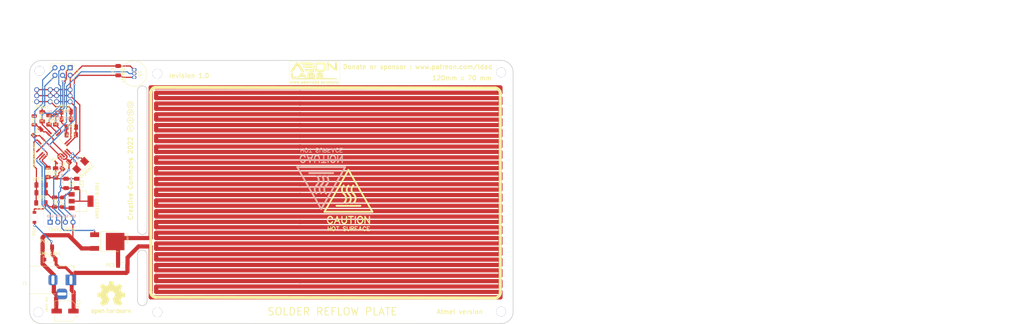
<source format=kicad_pcb>
(kicad_pcb (version 20211014) (generator pcbnew)
  (title_block (title "Hot Plate") (date "2022-02-28") (rev "1.0") (company "AeonLabs") (comment 1 "Creative Commons 2022"))
  (layers (0 "F.Cu" signal) (31 "B.Cu" signal) (34 "B.Paste" user) (35 "F.Paste" user) (36 "B.SilkS" user "B.Silkscreen") (37 "F.SilkS" user "F.Silkscreen") (38 "B.Mask" user) (39 "F.Mask" user) (44 "Edge.Cuts" user))
  (net 0 "")
  (net 1 "/5V0")
  (net 2 "/VIN-D")
  (net 3 "/GND")
  (net 4 "UPSW")
  (net 5 "DNSW")
  (net 6 "MISO")
  (net 7 "MOSI")
  (net 8 "SCK")
  (net 9 "Reset")
  (net 10 "VccDiv")
  (net 11 "Net-(ATMEGA328P-AU1-Pad8)")
  (net 12 "Net-(ATMEGA328P-AU1-Pad7)")
  (net 13 "Gate")
  (net 14 "Element")
  (net 15 "0V")
  (net 18 "SCKOLED")
  (net 19 "SDAOLED")
  (net 22 "VCC")
  (net 28 "TempData")
  (net 33 "GATE")
  (footprint "Connector_BarrelJack:BarrelJack_Horizontal" (layer "F.Cu") (at 82.290055 119.66244)
    (fp_text reference "J1")
    (fp_text value "Barrel_Jack_Switch")
  )
  (footprint "Capacitor_SMD:C_1206_3216Metric_Pad1.33x1.80mm_HandSolder" (layer "F.Cu") (at 79.589945 93.68021 -90)
    (fp_text reference "LC1")
    (fp_text value "22uF")
  )
  (footprint "Button_Switch_Keyboard:K85851EN1" (layer "F.Cu") (at 77.512445 60.05021)
    (fp_text reference "UPSW1")
    (fp_text value "K8-5851E-N1" hide)
  )
  (footprint "Capacitor_SMD:C_1206_3216Metric_Pad1.33x1.80mm_HandSolder" (layer "F.Cu") (at 72.689945 65.10021 90)
    (fp_text reference "ATC6")
    (fp_text value "10nF")
  )
  (footprint "Symbol:OSHW-Logo2_14.6x12mm_SilkScreen" (layer "F.Cu") (at 95.73 125.63)
    (fp_text reference "REF**" hide)
    (fp_text value "OSHW-Logo2_14.6x12mm_SilkScreen" hide)
  )
  (footprint "Capacitor_SMD:C_1206_3216Metric_Pad1.33x1.80mm_HandSolder" (layer "F.Cu") (at 74.609945 83.71021 90)
    (fp_text reference "ATC8")
    (fp_text value "10nF")
  )
  (footprint "AeonLabs:aeon logo www" (layer "F.Cu") (at 163.59 50.43)
    (fp_text reference "G***" hide)
    (fp_text value "LOGO" hide)
  )
  (footprint "Capacitor_SMD:C_1206_3216Metric_Pad1.33x1.80mm_HandSolder" (layer "F.Cu") (at 76.839945 93.65021 -90)
    (fp_text reference "LC3")
    (fp_text value "100nF")
  )
  (footprint "Capacitor_SMD:C_1206_3216Metric_Pad1.33x1.80mm_HandSolder" (layer "F.Cu") (at 84.229945 87.39021 90)
    (fp_text reference "LC2")
    (fp_text value "22uF")
  )
  (footprint "Capacitor_SMD:C_1206_3216Metric_Pad1.33x1.80mm_HandSolder" (layer "F.Cu") (at 71.009945 70.31021 -135)
    (fp_text reference "ATC7")
    (fp_text value "10nF")
  )
  (footprint "easyeda:TO-252-2_L6.6-W6.1-P4.57-LS9.9-BR-CW" (layer "F.Cu") (at 93.634445 106.83021 180)
    (fp_text reference "MOSFET")
    (fp_text value "UMW30N06" hide)
  )
  (footprint "Connector_PinHeader_2.54mm:PinHeader_2x03_P2.54mm_Vertical" (layer "F.Cu") (at 82.034945 48.69521 -90)
    (fp_text reference "J2")
    (fp_text value "ICSP")
  )
  (footprint "Diode_SMD:D_SOD-123" (layer "F.Cu") (at 75.250055 112.84994)
    (fp_text reference "SMAJ18A1")
    (fp_text value "SMAJ18A")
  )
  (footprint "Capacitor_SMD:C_1206_3216Metric_Pad1.33x1.80mm_HandSolder" (layer "F.Cu") (at 77.219945 66.15021 90)
    (fp_text reference "ATC5")
    (fp_text value "10nF")
  )
  (footprint "Capacitor_SMD:C_1206_3216Metric_Pad1.33x1.80mm_HandSolder" (layer "F.Cu") (at 82.399945 71.12021)
    (fp_text reference "ATC1")
    (fp_text value "10nF")
  )
  (footprint "Capacitor_SMD:C_1206_3216Metric_Pad1.33x1.80mm_HandSolder" (layer "F.Cu") (at 72.259945 93.91021 180)
    (fp_text reference "PR1")
    (fp_text value "3K")
  )
  (footprint "Capacitor_SMD:C_1206_3216Metric_Pad1.33x1.80mm_HandSolder" (layer "F.Cu") (at 98.059945 49.68141 -90)
    (fp_text reference "TC1")
    (fp_text value "100nF")
  )
  (footprint "Capacitor_SMD:C_1206_3216Metric_Pad1.33x1.80mm_HandSolder" (layer "F.Cu") (at 72.339945 87.91021)
    (fp_text reference "ATC9")
    (fp_text value "100nF")
  )
  (footprint "Capacitor_SMD:C_1206_3216Metric_Pad1.33x1.80mm_HandSolder" (layer "F.Cu") (at 99.589945 114.71021 180)
    (fp_text reference "PC3")
    (fp_text value "1nF")
  )
  (footprint "Resistor_SMD:R_1206_3216Metric" (layer "F.Cu") (at 70.039945 66.31021 90)
    (fp_text reference "ATR1")
    (fp_text value "10K")
  )
  (footprint "Button_Switch_Keyboard:K85851EN1" (layer "F.Cu") (at 70.872445 60.06021)
    (fp_text reference "DNSW1")
    (fp_text value "K8-5851E-N1" hide)
  )
  (footprint "Capacitor_SMD:C_1206_3216Metric_Pad1.33x1.80mm_HandSolder" (layer "F.Cu") (at 74.440055 108.69994 180)
    (fp_text reference "PC2")
    (fp_text value "100nF")
  )
  (footprint "Capacitor_SMD:C_1206_3216Metric_Pad1.33x1.80mm_HandSolder" (layer "F.Cu") (at 72.339945 90.50021 180)
    (fp_text reference "PR2")
    (fp_text value "1K")
  )
  (footprint "Package_TO_SOT_SMD:SOT-223-3_TabPin2" (layer "F.Cu") (at 85.679945 93.33021)
    (fp_text reference "AMS1117-5.0S1")
    (fp_text value "AMS1117-5.0S")
  )
  (footprint "ATMEGA328P-AU:ATMEGA328P-AU" (layer "F.Cu") (at 76.319945 75.34021 135)
    (fp_text reference "ATMEGA328P-AU1")
    (fp_text value "ATMEGA328P-AU")
  )
  (footprint "Capacitor_SMD:C_1206_3216Metric_Pad1.33x1.80mm_HandSolder" (layer "F.Cu") (at 80.539945 81.34021 45)
    (fp_text reference "ATC3")
    (fp_text value "10nF")
  )
  (footprint "Capacitor_SMD:C_1206_3216Metric_Pad1.33x1.80mm_HandSolder" (layer "F.Cu") (at 80.669945 87.38021 90)
    (fp_text reference "LC4")
    (fp_text value "100nF")
  )
  (footprint "Capacitor_SMD:CP_Elec_6.3x5.9" (layer "F.Cu") (at 80.329945 130.07021 180)
    (fp_text reference "PC1")
    (fp_text value "100uF")
  )
  (footprint "Capacitor_SMD:C_1206_3216Metric_Pad1.33x1.80mm_HandSolder" (layer "F.Cu") (at 77.169945 83.90021 -90)
    (fp_text reference "HR1")
    (fp_text value "10K")
  )
  (footprint "Capacitor_SMD:C_1206_3216Metric_Pad1.33x1.80mm_HandSolder" (layer "F.Cu") (at 80.719945 65.88021)
    (fp_text reference "ATC2")
    (fp_text value "10nF")
  )
  (footprint "Capacitor_SMD:C_1206_3216Metric_Pad1.33x1.80mm_HandSolder" (layer "F.Cu") (at 74.959945 66.14021 90)
    (fp_text reference "ATC4")
    (fp_text value "10nF")
  )
  (footprint "Crystal:Crystal_SMD_5032-2Pin_5.0x3.2mm" (layer "F.Cu") (at 85.549945 81.31021 -135)
    (fp_text reference "Crystal1")
    (fp_text value "16Mhz")
  )
  (footprint "Diode_SMD:D_SOD-123" (layer "F.Cu") (at 70.110055 98.72994 -90)
    (fp_text reference "PD1")
    (fp_text value "D")
  )
  (footprint "Capacitor_SMD:C_1206_3216Metric_Pad1.33x1.80mm_HandSolder" (layer "F.Cu") (at 80.719945 63.44021 180)
    (fp_text reference "SR2")
    (fp_text value "10K")
  )
  (footprint "Sensor:LMT85LP" (layer "F.Cu") (at 103.40907 49.38141 -90)
    (fp_text reference "U1")
    (fp_text value "LMT85LP")
  )
  (footprint "AeonLabs:aeon creative commons logos" (layer "F.Cu") (at 102.079945 65.04021 90)
    (fp_text reference "G***" hide)
    (fp_text value "LOGO" hide)
  )
  (footprint "Capacitor_SMD:C_1206_3216Metric_Pad1.33x1.80mm_HandSolder" (layer "F.Cu") (at 82.419945 68.54021 180)
    (fp_text reference "SR1")
    (fp_text value "10K")
  )
  (footprint "Display:SSD1306-0.91-OLED-4pin-128x32" (layer "B.Cu") (at 73.175055 63.85494 -90)
    (fp_text reference "0.91\"OLED1")
    (fp_text value "Conn_01x04_Female")
  )
  (gr_line (start 169.986243 78.071122) (end 169.551903 78.071122) (layer "B.SilkS") (width 0.4))
  (gr_line (start 165.208503 80.362202) (end 165.208503 78.726442) (layer "B.SilkS") (width 0.4))
  (gr_line (start 164.227533 75.681032) (end 164.418033 75.617532) (layer "B.SilkS") (width 0.24))
  (gr_line (start 160.169143 80.252982) (end 160.387583 80.034542) (layer "B.SilkS") (width 0.4))
  (gr_line (start 164.354533 76.379532) (end 164.227533 76.443032) (layer "B.SilkS") (width 0.24))
  (gr_line (start 167.549853 76.826572) (end 167.486353 76.890072) (layer "B.SilkS") (width 0.24))
  (gr_line (start 171.100773 76.953572) (end 171.354773 76.953572) (layer "B.SilkS") (width 0.24))
  (gr_line (start 161.215623 78.071122) (end 162.089383 80.362202) (layer "B.SilkS") (width 0.4))
  (gr_line (start 161.006813 75.617532) (end 160.752813 75.617532) (layer "B.SilkS") (width 0.24))
  (gr_line (start 165.411173 75.998532) (end 165.411173 76.953572) (layer "B.SilkS") (width 0.24))
  (gr_line (start 162.253953 75.617532) (end 162.253953 76.953572) (layer "B.SilkS") (width 0.24))
  (gr_line (start 164.100533 76.633532) (end 164.100533 76.763072) (layer "B.SilkS") (width 0.24))
  (gr_line (start 161.133813 75.681032) (end 161.006813 75.617532) (layer "B.SilkS") (width 0.24))
  (gr_line (start 160.387583 80.034542) (end 160.496803 79.816102) (layer "B.SilkS") (width 0.4))
  (gr_arc (start 166.660046 86.340272) (mid 166.51303 87.079373) (end 166.094363 87.705952) (layer "B.SilkS") (width 0.6))
  (gr_line (start 170.204683 80.252982) (end 170.423123 80.034542) (layer "B.SilkS") (width 0.4))
  (gr_line (start 159.295383 78.180342) (end 159.076943 78.398782) (layer "B.SilkS") (width 0.4))
  (gr_line (start 161.324313 76.633532) (end 161.390353 76.443032) (layer "B.SilkS") (width 0.24))
  (gr_line (start 160.498813 76.763072) (end 160.625813 76.890072) (layer "B.SilkS") (width 0.24))
  (gr_line (start 159.076943 80.034542) (end 159.295383 80.252982) (layer "B.SilkS") (width 0.4))
  (gr_line (start 165.601673 75.681032) (end 165.474673 75.808032) (layer "B.SilkS") (width 0.24))
  (gr_line (start 164.992073 75.998532) (end 164.926033 76.125532) (layer "B.SilkS") (width 0.24))
  (gr_line (start 169.551903 80.362202) (end 169.986243 80.362202) (layer "B.SilkS") (width 0.4))
  (gr_line (start 169.986243 80.362202) (end 170.204683 80.252982) (layer "B.SilkS") (width 0.4))
  (gr_line (start 160.371813 76.443032) (end 160.435313 76.633532) (layer "B.SilkS") (width 0.24))
  (gr_line (start 159.950173 76.316032) (end 159.061173 76.316032) (layer "B.SilkS") (width 0.24))
  (gr_line (start 168.542993 76.316032) (end 168.032453 76.316032) (layer "B.SilkS") (width 0.24))
  (gr_line (start 167.456403 80.362202) (end 165.929863 80.362202) (layer "B.SilkS") (width 0.4))
  (gr_line (start 160.371813 76.125532) (end 160.371813 76.443032) (layer "B.SilkS") (width 0.24))
  (gr_line (start 165.099283 78.398782) (end 164.880843 78.180342) (layer "B.SilkS") (width 0.4))
  (gr_line (start 172.919413 75.617532) (end 172.093913 75.617532) (layer "B.SilkS") (width 0.24))
  (gr_line (start 166.239213 75.808032) (end 166.109673 75.681032) (layer "B.SilkS") (width 0.24))
  (gr_line (start 173.859953 81.940252) (end 165.859943 95.940202) (layer "B.SilkS") (width 0.6))
  (gr_arc (start 164.494313 85.043192) (mid 164.912985 85.669775) (end 165.060003 86.408882) (layer "B.SilkS") (width 0.6))
  (gr_line (start 168.032453 75.617532) (end 168.032453 76.953572) (layer "B.SilkS") (width 0.24))
  (gr_line (start 166.721813 75.617532) (end 166.721813 76.953572) (layer "B.SilkS") (width 0.24))
  (gr_arc (start 168.259993 86.408882) (mid 168.112978 87.147982) (end 167.694313 87.774562) (layer "B.SilkS") (width 0.6))
  (gr_line (start 159.076943 78.398782) (end 158.970263 78.617222) (layer "B.SilkS") (width 0.4))
  (gr_line (start 171.362923 78.071122) (end 171.362923 80.362202) (layer "B.SilkS") (width 0.4))
  (gr_line (start 169.115023 80.034542) (end 169.333463 80.252982) (layer "B.SilkS") (width 0.4))
  (gr_line (start 167.486353 76.379532) (end 167.549853 76.443032) (layer "B.SilkS") (width 0.24))
  (gr_line (start 158.861043 79.488442) (end 158.970263 79.816102) (layer "B.SilkS") (width 0.4))
  (gr_line (start 164.337283 78.071122) (end 164.009623 78.180342) (layer "B.SilkS") (width 0.4))
  (gr_line (start 165.474673 75.808032) (end 165.411173 75.998532) (layer "B.SilkS") (width 0.24))
  (gr_line (start 167.293313 76.316032) (end 167.486353 76.379532) (layer "B.SilkS") (width 0.24))
  (gr_line (start 165.792173 75.617532) (end 165.601673 75.681032) (layer "B.SilkS") (width 0.24))
  (gr_line (start 161.390353 76.125532) (end 161.324313 75.935032) (layer "B.SilkS") (width 0.24))
  (gr_line (start 164.880843 78.180342) (end 164.555723 78.071122) (layer "B.SilkS") (width 0.4))
  (gr_line (start 159.950703 80.362202) (end 160.169143 80.252982) (layer "B.SilkS") (width 0.4))
  (gr_line (start 164.862533 75.681032) (end 164.992073 75.808032) (layer "B.SilkS") (width 0.24))
  (gr_line (start 159.513823 78.071122) (end 159.295383 78.180342) (layer "B.SilkS") (width 0.4))
  (gr_line (start 167.613353 75.617532) (end 167.166313 76.316032) (layer "B.SilkS") (width 0.24))
  (gr_line (start 171.608773 75.808032) (end 171.481773 75.681032) (layer "B.SilkS") (width 0.24))
  (gr_line (start 164.735533 76.252532) (end 164.354533 76.379532) (layer "B.SilkS") (width 0.24))
  (gr_line (start 169.333463 78.180342) (end 169.115023 78.398782) (layer "B.SilkS") (width 0.4))
  (gr_line (start 170.423123 80.034542) (end 170.532343 79.816102) (layer "B.SilkS") (width 0.4))
  (gr_line (start 170.532343 78.617222) (end 170.423123 78.398782) (layer "B.SilkS") (width 0.4))
  (gr_line (start 164.164033 76.506532) (end 164.100533 76.633532) (layer "B.SilkS") (width 0.24))
  (gr_line (start 166.302713 75.998532) (end 166.239213 75.808032) (layer "B.SilkS") (width 0.24))
  (gr_line (start 158.970263 78.617222) (end 158.861043 78.944882) (layer "B.SilkS") (width 0.4))
  (gr_arc (start 163.69427 89.374532) (mid 163.841286 88.635431) (end 164.259953 88.008852) (layer "B.SilkS") (width 0.6))
  (gr_line (start 169.333463 80.252982) (end 169.551903 80.362202) (layer "B.SilkS") (width 0.4))
  (gr_line (start 169.551903 78.071122) (end 169.333463 78.180342) (layer "B.SilkS") (width 0.4))
  (gr_line (start 163.791183 78.398782) (end 163.681963 78.726442) (layer "B.SilkS") (width 0.4))
  (gr_line (start 161.006813 76.953572) (end 161.133813 76.890072) (layer "B.SilkS") (width 0.24))
  (gr_line (start 164.227533 76.443032) (end 164.164033 76.506532) (layer "B.SilkS") (width 0.24))
  (gr_line (start 171.354773 75.617532) (end 171.100773 75.617532) (layer "B.SilkS") (width 0.24))
  (gr_line (start 170.641563 79.488442) (end 170.641563 78.944882) (layer "B.SilkS") (width 0.4))
  (gr_line (start 164.100533 75.808032) (end 164.227533 75.681032) (layer "B.SilkS") (width 0.24))
  (gr_line (start 160.169143 78.180342) (end 159.950703 78.071122) (layer "B.SilkS") (width 0.4))
  (gr_line (start 160.435313 76.633532) (end 160.498813 76.763072) (layer "B.SilkS") (width 0.24))
  (gr_line (start 168.860493 76.953572) (end 168.032453 76.953572) (layer "B.SilkS") (width 0.24))
  (gr_line (start 164.672033 76.953572) (end 164.862533 76.890072) (layer "B.SilkS") (width 0.24))
  (gr_line (start 166.109673 75.681032) (end 165.919173 75.617532) (layer "B.SilkS") (width 0.24))
  (gr_arc (start 167.459945 90.74021) (mid 167.041279 90.113631) (end 166.894263 89.374532) (layer "B.SilkS") (width 0.6))
  (gr_line (start 169.115023 78.398782) (end 169.005803 78.617222) (layer "B.SilkS") (width 0.4))
  (gr_arc (start 165.294313 89.305922) (mid 165.441328 88.566822) (end 165.859993 87.940242) (layer "B.SilkS") (width 0.6))
  (gr_line (start 164.494333 87.774552) (end 164.259923 88.008842) (layer "B.SilkS") (width 0.6))
  (gr_line (start 164.672033 75.617532) (end 164.862533 75.681032) (layer "B.SilkS") (width 0.24))
  (gr_line (start 79.829655 60.88001) (end 79.829655 53.08001) (layer "B.SilkS") (width 0.36))
  (gr_line (start 168.175223 78.071122) (end 168.175223 80.362202) (layer "B.SilkS") (width 0.4))
  (gr_line (start 170.532343 79.816102) (end 170.641563 79.488442) (layer "B.SilkS") (width 0.4))
  (gr_line (start 168.896583 79.488442) (end 169.005803 79.816102) (layer "B.SilkS") (width 0.4))
  (gr_line (start 166.691863 78.071122) (end 166.691863 80.362202) (layer "B.SilkS") (width 0.4))
  (gr_line (start 171.481773 75.681032) (end 171.354773 75.617532) (layer "B.SilkS") (width 0.24))
  (gr_line (start 164.418033 75.617532) (end 164.672033 75.617532) (layer "B.SilkS") (width 0.24))
  (gr_arc (start 164.259948 90.740217) (mid 163.84128 90.113635) (end 163.694263 89.374532) (layer "B.SilkS") (width 0.6))
  (gr_line (start 170.844233 75.808032) (end 170.780733 75.935032) (layer "B.SilkS") (width 0.24))
  (gr_arc (start 166.094361 84.974594) (mid 166.513027 85.601173) (end 166.660043 86.340272) (layer "B.SilkS") (width 0.6))
  (gr_line (start 162.960603 78.071122) (end 162.089383 80.362202) (layer "B.SilkS") (width 0.4))
  (gr_line (start 172.889463 78.071122) (end 172.889463 80.362202) (layer "B.SilkS") (width 0.4))
  (gr_arc (start 165.859998 90.671607) (mid 165.44133 90.045025) (end 165.294313 89.305922) (layer "B.SilkS") (width 0.6))
  (gr_line (start 170.780733 75.935032) (end 170.717233 76.125532) (layer "B.SilkS") (width 0.24))
  (gr_line (start 166.721813 76.316032) (end 167.293313 76.316032) (layer "B.SilkS") (width 0.24))
  (gr_line (start 170.204683 78.180342) (end 169.986243 78.071122) (layer "B.SilkS") (width 0.4))
  (gr_line (start 171.608773 76.763072) (end 171.672273 76.633532) (layer "B.SilkS") (width 0.24))
  (gr_line (start 161.260813 76.763072) (end 161.324313 76.633532) (layer "B.SilkS") (width 0.24))
  (gr_line (start 166.094353 87.705972) (end 165.859943 87.940192) (layer "B.SilkS") (width 0.6))
  (gr_line (start 166.302713 76.953572) (end 166.302713 75.998532) (layer "B.SilkS") (width 0.24))
  (gr_line (start 171.100773 75.617532) (end 170.973773 75.681032) (layer "B.SilkS") (width 0.24))
  (gr_line (start 169.859963 83.940252) (end 161.859953 83.940252) (layer "B.SilkS") (width 0.6))
  (gr_line (start 164.862533 76.189032) (end 164.735533 76.252532) (layer "B.SilkS") (width 0.24))
  (gr_line (start 167.613353 76.699572) (end 167.549853 76.826572) (layer "B.SilkS") (width 0.24))
  (gr_line (start 162.635483 78.835662) (end 161.543283 78.835662) (layer "B.SilkS") (width 0.4))
  (gr_line (start 170.717233 76.125532) (end 170.717233 76.443032) (layer "B.SilkS") (width 0.24))
  (gr_line (start 158.861043 78.944882) (end 158.861043 79.488442) (layer "B.SilkS") (width 0.4))
  (gr_line (start 169.005803 79.816102) (end 169.115023 80.034542) (layer "B.SilkS") (width 0.4))
  (gr_line (start 171.481773 76.890072) (end 171.608773 76.763072) (layer "B.SilkS") (width 0.24))
  (gr_line (start 170.717233 76.443032) (end 170.780733 76.633532) (layer "B.SilkS") (width 0.24))
  (gr_line (start 167.293313 76.953572) (end 166.721813 76.953572) (layer "B.SilkS") (width 0.24))
  (gr_line (start 165.859943 95.940202) (end 157.859933 81.940252) (layer "B.SilkS") (width 0.6))
  (gr_line (start 173.859953 81.940252) (end 157.859933 81.940252) (layer "B.SilkS") (width 0.6))
  (gr_line (start 169.279593 75.617532) (end 169.790133 76.953572) (layer "B.SilkS") (width 0.24))
  (gr_line (start 161.324313 75.935032) (end 161.260813 75.808032) (layer "B.SilkS") (width 0.24))
  (gr_arc (start 167.694308 85.043197) (mid 168.112976 85.669779) (end 168.259993 86.408882) (layer "B.SilkS") (width 0.6))
  (gr_line (start 159.513823 80.362202) (end 159.950703 80.362202) (layer "B.SilkS") (width 0.4))
  (gr_line (start 164.862533 76.890072) (end 164.992073 76.763072) (layer "B.SilkS") (width 0.24))
  (gr_line (start 160.498813 75.808032) (end 160.435313 75.935032) (layer "B.SilkS") (width 0.24))
  (gr_line (start 172.919413 76.953572) (end 172.093913 76.953572) (layer "B.SilkS") (width 0.24))
  (gr_line (start 164.009623 78.180342) (end 163.791183 78.398782) (layer "B.SilkS") (width 0.4))
  (gr_line (start 170.973773 76.890072) (end 171.100773 76.953572) (layer "B.SilkS") (width 0.24))
  (gr_line (start 164.418033 76.953572) (end 164.672033 76.953572) (layer "B.SilkS") (width 0.24))
  (gr_line (start 160.435313 75.935032) (end 160.371813 76.125532) (layer "B.SilkS") (width 0.24))
  (gr_line (start 164.100533 76.763072) (end 164.227533 76.890072) (layer "B.SilkS") (width 0.24))
  (gr_line (start 160.496803 78.617222) (end 160.387583 78.398782) (layer "B.SilkS") (width 0.4))
  (gr_line (start 170.844233 76.763072) (end 170.973773 76.890072) (layer "B.SilkS") (width 0.24))
  (gr_line (start 160.752813 76.953572) (end 161.006813 76.953572) (layer "B.SilkS") (width 0.24))
  (gr_line (start 164.926033 76.125532) (end 164.862533 76.189032) (layer "B.SilkS") (width 0.24))
  (gr_line (start 168.896583 78.944882) (end 168.896583 79.488442) (layer "B.SilkS") (width 0.4))
  (gr_line (start 159.295383 80.252982) (end 159.513823 80.362202) (layer "B.SilkS") (width 0.4))
  (gr_line (start 160.752813 75.617532) (end 160.625813 75.681032) (layer "B.SilkS") (width 0.24))
  (gr_line (start 172.889463 78.071122) (end 171.362923 80.362202) (layer "B.SilkS") (width 0.4))
  (gr_line (start 170.423123 78.398782) (end 170.204683 78.180342) (layer "B.SilkS") (width 0.4))
  (gr_line (start 159.950703 78.071122) (end 159.513823 78.071122) (layer "B.SilkS") (width 0.4))
  (gr_line (start 159.061173 75.617532) (end 159.061173 76.953572) (layer "B.SilkS") (width 0.24))
  (gr_line (start 161.133813 76.890072) (end 161.260813 76.763072) (layer "B.SilkS") (width 0.24))
  (gr_line (start 161.260813 75.808032) (end 161.133813 75.681032) (layer "B.SilkS") (width 0.24))
  (gr_line (start 171.354773 76.953572) (end 171.481773 76.890072) (layer "B.SilkS") (width 0.24))
  (gr_line (start 165.208503 78.726442) (end 165.099283 78.398782) (layer "B.SilkS") (width 0.4))
  (gr_line (start 170.973773 75.681032) (end 170.844233 75.808032) (layer "B.SilkS") (width 0.24))
  (gr_line (start 160.625813 76.890072) (end 160.752813 76.953572) (layer "B.SilkS") (width 0.24))
  (gr_line (start 165.919173 75.617532) (end 165.792173 75.617532) (layer "B.SilkS") (width 0.24))
  (gr_line (start 163.681963 78.726442) (end 163.681963 80.362202) (layer "B.SilkS") (width 0.4))
  (gr_line (start 170.780733 76.633532) (end 170.844233 76.763072) (layer "B.SilkS") (width 0.24))
  (gr_line (start 164.227533 76.890072) (end 164.418033 76.953572) (layer "B.SilkS") (width 0.24))
  (gr_line (start 159.950173 75.617532) (end 159.950173 76.953572) (layer "B.SilkS") (width 0.24))
  (gr_line (start 170.107633 76.062032) (end 169.470093 76.062032) (layer "B.SilkS") (width 0.24))
  (gr_arc (start 166.89426 89.374532) (mid 167.041276 88.635431) (end 167.459943 88.008852) (layer "B.SilkS") (width 0.6))
  (gr_line (start 172.093913 75.617532) (end 172.093913 76.953572) (layer "B.SilkS") (width 0.24))
  (gr_line (start 170.641563 78.944882) (end 170.532343 78.617222) (layer "B.SilkS") (width 0.4))
  (gr_line (start 167.549853 76.443032) (end 167.613353 76.570032) (layer "B.SilkS") (width 0.24))
  (gr_line (start 160.387583 78.398782) (end 160.169143 78.180342) (layer "B.SilkS") (width 0.4))
  (gr_line (start 167.694253 87.774552) (end 167.459863 88.008842) (layer "B.SilkS") (width 0.6))
  (gr_arc (start 165.059996 86.408882) (mid 164.91298 87.147983) (end 164.494313 87.774562) (layer "B.SilkS") (width 0.6))
  (gr_line (start 170.298133 75.617532) (end 169.790133 76.953572) (layer "B.SilkS") (width 0.24))
  (gr_line (start 169.005803 78.617222) (end 168.896583 78.944882) (layer "B.SilkS") (width 0.4))
  (gr_line (start 164.992073 75.808032) (end 164.992073 75.998532) (layer "B.SilkS") (width 0.24))
  (gr_line (start 161.390353 76.443032) (end 161.390353 76.125532) (layer "B.SilkS") (width 0.24))
  (gr_line (start 160.625813 75.681032) (end 160.498813 75.808032) (layer "B.SilkS") (width 0.24))
  (gr_line (start 167.613353 76.570032) (end 167.613353 76.699572) (layer "B.SilkS") (width 0.24))
  (gr_line (start 162.700993 76.953572) (end 161.809453 76.953572) (layer "B.SilkS") (width 0.24))
  (gr_line (start 167.486353 76.890072) (end 167.293313 76.953572) (layer "B.SilkS") (width 0.24))
  (gr_line (start 171.672273 75.935032) (end 171.608773 75.808032) (layer "B.SilkS") (width 0.24))
  (gr_line (start 158.970263 79.816102) (end 159.076943 80.034542) (layer "B.SilkS") (width 0.4))
  (gr_line (start 172.601913 76.316032) (end 172.093913 76.316032) (layer "B.SilkS") (width 0.24))
  (gr_line (start 164.555723 78.071122) (end 164.337283 78.071122) (layer "B.SilkS") (width 0.4))
  (gr_line (start 172.777608 98.451242) (end 172.777608 100.087002) (layer "F.SilkS") (width 0.4))
  (gr_line (start 181.985108 98.451242) (end 181.985108 100.742322) (layer "F.SilkS") (width 0.4))
  (gr_line (start 170.905098 101.859872) (end 171.796638 101.859872) (layer "F.SilkS") (width 0.24))
  (gr_line (start 178.647548 98.451242) (end 178.429108 98.560462) (layer "F.SilkS") (width 0.4))
  (gr_line (start 175.205318 103.132412) (end 175.334858 103.005412) (layer "F.SilkS") (width 0.24))
  (gr_line (start 168.065908 98.997342) (end 167.956688 99.325002) (layer "F.SilkS") (width 0.4))
  (gr_line (start 176.388958 102.497412) (end 175.817458 102.497412) (layer "F.SilkS") (width 0.24))
  (gr_arc (start 175.190008 91.107492) (mid 175.608675 91.734071) (end 175.755691 92.473172) (layer "F.SilkS") (width 0.6))
  (gr_line (start 179.876378 102.878412) (end 179.939878 103.005412) (layer "F.SilkS") (width 0.24))
  (gr_line (start 178.210668 98.778902) (end 178.101448 98.997342) (layer "F.SilkS") (width 0.4))
  (gr_line (start 173.767678 101.859872) (end 173.513678 101.859872) (layer "F.SilkS") (width 0.24))
  (gr_line (start 168.065908 100.196222) (end 168.172588 100.414662) (layer "F.SilkS") (width 0.4))
  (gr_arc (start 173.355598 90.804592) (mid 172.936931 90.178013) (end 172.789915 89.438912) (layer "F.SilkS") (width 0.6))
  (gr_arc (start 108.939945 57.06017) (mid 109.467153 55.787378) (end 110.739945 55.26017) (layer "F.SilkS") (width 1))
  (gr_line (start 179.081888 100.742322) (end 179.300328 100.633102) (layer "F.SilkS") (width 0.4))
  (gr_line (start 173.432928 100.742322) (end 173.651368 100.742322) (layer "F.SilkS") (width 0.4))
  (gr_line (start 178.210668 100.414662) (end 178.429108 100.633102) (layer "F.SilkS") (width 0.4))
  (gr_arc (start 175.755688 92.473172) (mid 175.608672 93.212271) (end 175.190006 93.83885) (layer "F.SilkS") (width 0.6))
  (gr_arc (start 110.739945 125.46021) (mid 109.467153 124.933002) (end 108.939945 123.66021) (layer "F.SilkS") (width 1))
  (gr_line (start 169.848458 103.195912) (end 170.102458 103.195912) (layer "F.SilkS") (width 0.24))
  (gr_arc (start 110.739945 125.46021) (mid 109.46716 124.933005) (end 108.939955 123.66022) (layer "F.SilkS") (width 1))
  (gr_line (start 178.429108 98.560462) (end 178.210668 98.778902) (layer "F.SilkS") (width 0.4))
  (gr_line (start 167.956688 99.868562) (end 168.065908 100.196222) (layer "F.SilkS") (width 0.4))
  (gr_line (start 175.817458 101.859872) (end 176.388958 101.859872) (layer "F.SilkS") (width 0.24))
  (gr_arc (start 176.555588 90.804592) (mid 176.136921 90.178013) (end 175.989905 89.438912) (layer "F.SilkS") (width 0.6))
  (gr_line (start 170.356458 103.005412) (end 170.419958 102.878412) (layer "F.SilkS") (width 0.24))
  (gr_line (start 178.429108 100.633102) (end 178.647548 100.742322) (layer "F.SilkS") (width 0.4))
  (gr_line (start 174.506818 101.859872) (end 174.506818 102.814912) (layer "F.SilkS") (width 0.24))
  (gr_line (start 174.087718 103.005412) (end 173.958178 103.132412) (layer "F.SilkS") (width 0.24))
  (gr_line (start 181.189558 102.497412) (end 181.697558 102.497412) (layer "F.SilkS") (width 0.24))
  (gr_line (start 174.697318 103.132412) (end 174.887818 103.195912) (layer "F.SilkS") (width 0.24))
  (gr_arc (start 175.989908 89.438912) (mid 176.136924 88.699813) (end 176.55559 88.073234) (layer "F.SilkS") (width 0.6))
  (gr_line (start 177.128098 102.497412) (end 177.638638 102.497412) (layer "F.SilkS") (width 0.24))
  (gr_line (start 173.976488 100.633102) (end 174.194928 100.414662) (layer "F.SilkS") (width 0.4))
  (gr_line (start 169.721458 101.923372) (end 169.594458 102.050372) (layer "F.SilkS") (width 0.24))
  (gr_line (start 180.577418 103.132412) (end 180.704418 103.005412) (layer "F.SilkS") (width 0.24))
  (gr_line (start 223.850015 125.68028) (end 110.739945 125.46022) (layer "F.SilkS") (width 1))
  (gr_line (start 168.391028 100.633102) (end 168.609468 100.742322) (layer "F.SilkS") (width 0.4))
  (gr_line (start 170.485998 102.687912) (end 170.485998 102.370412) (layer "F.SilkS") (width 0.24))
  (gr_line (start 173.323178 103.132412) (end 173.196178 103.005412) (layer "F.SilkS") (width 0.24))
  (gr_line (start 168.609468 100.742322) (end 169.046348 100.742322) (layer "F.SilkS") (width 0.4))
  (gr_line (start 170.102458 103.195912) (end 170.229458 103.132412) (layer "F.SilkS") (width 0.24))
  (gr_line (start 174.955588 82.873242) (end 182.955598 96.873192) (layer "F.SilkS") (width 0.6))
  (gr_line (start 177.128098 101.859872) (end 177.956138 101.859872) (layer "F.SilkS") (width 0.24))
  (gr_line (start 171.185028 98.451242) (end 172.056248 100.742322) (layer "F.SilkS") (width 0.4))
  (gr_line (start 176.581998 101.923372) (end 176.645498 101.986872) (layer "F.SilkS") (width 0.24))
  (gr_line (start 180.069418 103.132412) (end 180.196418 103.195912) (layer "F.SilkS") (width 0.24))
  (gr_line (start 173.323178 101.923372) (end 173.196178 102.050372) (layer "F.SilkS") (width 0.24))
  (gr_line (start 181.189558 103.195912) (end 182.015058 103.195912) (layer "F.SilkS") (width 0.24))
  (gr_line (start 173.767678 103.195912) (end 173.513678 103.195912) (layer "F.SilkS") (width 0.24))
  (gr_line (start 179.518768 100.414662) (end 179.627988 100.196222) (layer "F.SilkS") (width 0.4))
  (gr_line (start 169.483228 98.778902) (end 169.264788 98.560462) (layer "F.SilkS") (width 0.4))
  (gr_line (start 178.885778 101.859872) (end 178.375238 103.195912) (layer "F.SilkS") (width 0.24))
  (gr_line (start 176.581998 102.433912) (end 176.388958 102.497412) (layer "F.SilkS") (width 0.24))
  (gr_line (start 179.081888 98.451242) (end 178.647548 98.451242) (layer "F.SilkS") (width 0.4))
  (gr_line (start 179.939878 103.005412) (end 180.069418 103.132412) (layer "F.SilkS") (width 0.24))
  (gr_line (start 177.270868 98.451242) (end 177.270868 100.742322) (layer "F.SilkS") (width 0.4))
  (gr_line (start 180.450418 103.195912) (end 180.577418 103.132412) (layer "F.SilkS") (width 0.24))
  (gr_arc (start 174.155648 92.404562) (mid 174.00863 93.143669) (end 173.589958 93.770252) (layer "F.SilkS") (width 0.6))
  (gr_line (start 179.939878 102.050372) (end 179.876378 102.179912) (layer "F.SilkS") (width 0.24))
  (gr_line (start 169.848458 101.859872) (end 169.721458 101.923372) (layer "F.SilkS") (width 0.24))
  (gr_line (start 180.450418 101.859872) (end 180.196418 101.859872) (layer "F.SilkS") (width 0.24))
  (gr_line (start 169.046348 98.451242) (end 168.609468 98.451242) (layer "F.SilkS") (width 0.4))
  (gr_arc (start 174.389958 89.507522) (mid 174.536975 88.768419) (end 174.955643 88.141837) (layer "F.SilkS") (width 0.6))
  (gr_line (start 177.992228 99.325002) (end 177.992228 99.868562) (layer "F.SilkS") (width 0.4))
  (gr_line (start 179.518768 98.778902) (end 179.300328 98.560462) (layer "F.SilkS") (width 0.4))
  (gr_line (start 175.334858 103.005412) (end 175.398358 102.814912) (layer "F.SilkS") (width 0.24))
  (gr_line (start 168.172588 100.414662) (end 168.391028 100.633102) (layer "F.SilkS") (width 0.4))
  (gr_line (start 170.419958 102.179912) (end 170.356458 102.050372) (layer "F.SilkS") (width 0.24))
  (gr_line (start 173.105268 100.633102) (end 173.432928 100.742322) (layer "F.SilkS") (width 0.4))
  (gr_line (start 168.156818 101.859872) (end 168.156818 103.195912) (layer "F.SilkS") (width 0.24))
  (gr_line (start 173.259678 102.306912) (end 173.323178 102.370412) (layer "F.SilkS") (width 0.24))
  (gr_line (start 172.886828 100.414662) (end 173.105268 100.633102) (layer "F.SilkS") (width 0.4))
  (gr_line (start 180.458568 98.451242) (end 181.985108 100.742322) (layer "F.SilkS") (width 0.4))
  (gr_line (start 172.777608 100.087002) (end 172.886828 100.414662) (layer "F.SilkS") (width 0.4))
  (gr_line (start 169.046348 100.742322) (end 169.264788 100.633102) (layer "F.SilkS") (width 0.4))
  (gr_line (start 166.955578 96.873192) (end 182.955598 96.873192) (layer "F.SilkS") (width 0.6))
  (gr_line (start 173.958178 103.132412) (end 173.767678 103.195912) (layer "F.SilkS") (width 0.24))
  (gr_arc (start 173.589958 91.038882) (mid 174.008625 91.665461) (end 174.155641 92.404562) (layer "F.SilkS") (width 0.6))
  (gr_line (start 169.467458 102.370412) (end 169.467458 102.687912) (layer "F.SilkS") (width 0.24))
  (gr_line (start 174.194928 100.414662) (end 174.304148 100.087002) (layer "F.SilkS") (width 0.4))
  (gr_line (start 175.014818 103.195912) (end 175.205318 103.132412) (layer "F.SilkS") (width 0.24))
  (gr_line (start 180.196418 103.195912) (end 180.450418 103.195912) (layer "F.SilkS") (width 0.24))
  (gr_line (start 168.172588 98.778902) (end 168.065908 98.997342) (layer "F.SilkS") (width 0.4))
  (gr_line (start 178.885778 101.859872) (end 179.393778 103.195912) (layer "F.SilkS") (width 0.24))
  (gr_line (start 168.391028 98.560462) (end 168.172588 98.778902) (layer "F.SilkS") (width 0.4))
  (gr_line (start 180.704418 102.050372) (end 180.577418 101.923372) (layer "F.SilkS") (width 0.24))
  (gr_line (start 173.450178 102.433912) (end 173.831178 102.560912) (layer "F.SilkS") (width 0.24))
  (gr_line (start 175.817458 101.859872) (end 175.817458 103.195912) (layer "F.SilkS") (width 0.24))
  (gr_line (start 174.087718 102.050372) (end 173.958178 101.923372) (layer "F.SilkS") (width 0.24))
  (gr_line (start 175.025508 98.451242) (end 176.552048 98.451242) (layer "F.SilkS") (width 0.4))
  (gr_line (start 169.594458 103.005412) (end 169.721458 103.132412) (layer "F.SilkS") (width 0.24))
  (gr_line (start 178.647548 100.742322) (end 179.081888 100.742322) (layer "F.SilkS") (width 0.4))
  (gr_line (start 170.229458 101.923372) (end 170.102458 101.859872) (layer "F.SilkS") (width 0.24))
  (gr_line (start 179.300328 100.633102) (end 179.518768 100.414662) (layer "F.SilkS") (width 0.4))
  (gr_line (start 176.708998 102.113872) (end 176.708998 102.243412) (layer "F.SilkS") (width 0.24))
  (gr_line (start 176.708998 102.243412) (end 176.645498 102.370412) (layer "F.SilkS") (width 0.24))
  (gr_line (start 170.955598 94.873192) (end 178.955608 94.873192) (layer "F.SilkS") (width 0.6))
  (gr_line (start 169.467458 102.687912) (end 169.530958 102.878412) (layer "F.SilkS") (width 0.24))
  (gr_line (start 179.812878 102.687912) (end 179.876378 102.878412) (layer "F.SilkS") (width 0.24))
  (gr_line (start 169.721458 103.132412) (end 169.848458 103.195912) (layer "F.SilkS") (width 0.24))
  (gr_line (start 169.264788 98.560462) (end 169.046348 98.451242) (layer "F.SilkS") (width 0.4))
  (gr_line (start 175.787508 98.451242) (end 175.787508 100.742322) (layer "F.SilkS") (width 0.4))
  (gr_line (start 170.356458 102.050372) (end 170.229458 101.923372) (layer "F.SilkS") (width 0.24))
  (gr_line (start 174.955588 90.873252) (end 175.189998 91.107472) (layer "F.SilkS") (width 0.6))
  (gr_line (start 178.565738 102.751412) (end 179.203278 102.751412) (layer "F.SilkS") (width 0.24))
  (gr_line (start 173.355568 90.804602) (end 173.589978 91.038892) (layer "F.SilkS") (width 0.6))
  (gr_line (start 179.737208 99.325002) (end 179.627988 98.997342) (layer "F.SilkS") (width 0.4))
  (gr_line (start 173.196178 102.179912) (end 173.259678 102.306912) (layer "F.SilkS") (width 0.24))
  (gr_line (start 171.185028 98.451242) (end 170.311268 100.742322) (layer "F.SilkS") (width 0.4))
  (gr_line (start 171.349598 101.859872) (end 171.349598 103.195912) (layer "F.SilkS") (width 0.24))
  (gr_line (start 179.627988 98.997342) (end 179.518768 98.778902) (layer "F.SilkS") (width 0.4))
  (gr_line (start 179.876378 102.179912) (end 179.812878 102.370412) (layer "F.SilkS") (width 0.24))
  (gr_line (start 176.555508 90.804602) (end 176.789898 91.038892) (layer "F.SilkS") (width 0.6))
  (gr_line (start 168.156818 102.497412) (end 169.045818 102.497412) (layer "F.SilkS") (width 0.24))
  (gr_line (start 177.128098 101.859872) (end 177.128098 103.195912) (layer "F.SilkS") (width 0.24))
  (gr_line (start 181.189558 101.859872) (end 181.189558 103.195912) (layer "F.SilkS") (width 0.24))
  (gr_line (start 180.458568 98.451242) (end 180.458568 100.742322) (layer "F.SilkS") (width 0.4))
  (gr_arc (start 174.955638 90.873202) (mid 174.536973 90.246622) (end 174.389958 89.507522) (layer "F.SilkS") (width 0.6))
  (gr_line (start 167.956688 99.325002) (end 167.956688 99.868562) (layer "F.SilkS") (width 0.4))
  (gr_line (start 108.939945 57.06021) (end 108.939945 123.66021) (layer "F.SilkS") (width 1))
  (gr_line (start 174.304148 100.087002) (end 174.304148 98.451242) (layer "F.SilkS") (width 0.4))
  (gr_line (start 174.570318 103.005412) (end 174.697318 103.132412) (layer "F.SilkS") (width 0.24))
  (gr_arc (start 176.789958 91.038882) (mid 177.208623 91.665462) (end 177.355638 92.404562) (layer "F.SilkS") (width 0.6))
  (gr_line (start 180.767918 102.179912) (end 180.704418 102.050372) (layer "F.SilkS") (width 0.24))
  (gr_line (start 178.101448 100.196222) (end 178.210668 100.414662) (layer "F.SilkS") (width 0.4))
  (gr_line (start 180.577418 101.923372) (end 180.450418 101.859872) (layer "F.SilkS") (width 0.24))
  (gr_line (start 173.323178 102.370412) (end 173.450178 102.433912) (layer "F.SilkS") (width 0.24))
  (gr_line (start 174.506818 102.814912) (end 174.570318 103.005412) (layer "F.SilkS") (width 0.24))
  (gr_line (start 173.196178 102.050372) (end 173.196178 102.179912) (layer "F.SilkS") (width 0.24))
  (gr_line (start 173.958178 101.923372) (end 173.767678 101.859872) (layer "F.SilkS") (width 0.24))
  (gr_line (start 169.045818 101.859872) (end 169.045818 103.195912) (layer "F.SilkS") (width 0.24))
  (gr_line (start 168.609468 98.451242) (end 168.391028 98.560462) (layer "F.SilkS") (width 0.4))
  (gr_line (start 170.638928 99.977782) (end 171.731128 99.977782) (layer "F.SilkS") (width 0.4))
  (gr_line (start 181.189558 101.859872) (end 182.015058 101.859872) (layer "F.SilkS") (width 0.24))
  (gr_line (start 180.196418 101.859872) (end 180.069418 101.923372) (layer "F.SilkS") (width 0.24))
  (gr_line (start 179.300328 98.560462) (end 179.081888 98.451242) (layer "F.SilkS") (width 0.4))
  (gr_line (start 166.955578 96.873192) (end 174.955588 82.873242) (layer "F.SilkS") (width 0.6))
  (gr_line (start 173.651368 100.742322) (end 173.976488 100.633102) (layer "F.SilkS") (width 0.4))
  (gr_line (start 169.594458 102.050372) (end 169.530958 102.179912) (layer "F.SilkS") (width 0.24))
  (gr_line (start 174.021678 102.687912) (end 174.087718 102.814912) (layer "F.SilkS") (width 0.24))
  (gr_line (start 176.645498 101.986872) (end 176.708998 102.113872) (layer "F.SilkS") (width 0.24))
  (gr_line (start 179.737208 99.868562) (end 179.737208 99.325002) (layer "F.SilkS") (width 0.4))
  (gr_line (start 170.229458 103.132412) (end 170.356458 103.005412) (layer "F.SilkS") (width 0.24))
  (gr_line (start 176.388958 101.859872) (end 176.581998 101.923372) (layer "F.SilkS") (width 0.24))
  (gr_arc (start 225.650015 123.88028) (mid 225.122807 125.153072) (end 223.850015 125.68028) (layer "F.SilkS") (width 1))
  (gr_arc (start 177.355638 92.404562) (mid 177.208621 93.143665) (end 176.789953 93.770247) (layer "F.SilkS") (width 0.6))
  (gr_line (start 225.649965 123.88026) (end 225.649965 57.28024) (layer "F.SilkS") (width 1))
  (gr_line (start 169.264788 100.633102) (end 169.483228 100.414662) (layer "F.SilkS") (width 0.4))
  (gr_line (start 176.261958 102.497412) (end 176.708998 103.195912) (layer "F.SilkS") (width 0.24))
  (gr_line (start 170.419958 102.878412) (end 170.485998 102.687912) (layer "F.SilkS") (width 0.24))
  (gr_line (start 178.101448 98.997342) (end 177.992228 99.325002) (layer "F.SilkS") (width 0.4))
  (gr_line (start 169.530958 102.878412) (end 169.594458 103.005412) (layer "F.SilkS") (width 0.24))
  (gr_line (start 169.483228 100.414662) (end 169.592448 100.196222) (layer "F.SilkS") (width 0.4))
  (gr_line (start 169.592448 98.997342) (end 169.483228 98.778902) (layer "F.SilkS") (width 0.4))
  (gr_line (start 175.398358 102.814912) (end 175.398358 101.859872) (layer "F.SilkS") (width 0.24))
  (gr_line (start 169.530958 102.179912) (end 169.467458 102.370412) (layer "F.SilkS") (width 0.24))
  (gr_line (start 170.485998 102.370412) (end 170.419958 102.179912) (layer "F.SilkS") (width 0.24))
  (gr_line (start 173.513678 101.859872) (end 173.323178 101.923372) (layer "F.SilkS") (width 0.24))
  (gr_line (start 179.627988 100.196222) (end 179.737208 99.868562) (layer "F.SilkS") (width 0.4))
  (gr_arc (start 223.850015 55.48023) (mid 225.122807 56.007438) (end 225.650015 57.28023) (layer "F.SilkS") (width 1))
  (gr_line (start 223.850015 55.48023) (end 110.739945 55.26021) (layer "F.SilkS") (width 1))
  (gr_line (start 176.645498 102.370412) (end 176.581998 102.433912) (layer "F.SilkS") (width 0.24))
  (gr_line (start 179.812878 102.370412) (end 179.812878 102.687912) (layer "F.SilkS") (width 0.24))
  (gr_line (start 170.102458 101.859872) (end 169.848458 101.859872) (layer "F.SilkS") (width 0.24))
  (gr_line (start 180.704418 103.005412) (end 180.767918 102.878412) (layer "F.SilkS") (width 0.24))
  (gr_line (start 173.958178 102.624412) (end 174.021678 102.687912) (layer "F.SilkS") (width 0.24))
  (gr_arc (start 172.789908 89.438912) (mid 172.936925 88.699809) (end 173.355593 88.073227) (layer "F.SilkS") (width 0.6))
  (gr_line (start 174.887818 103.195912) (end 175.014818 103.195912) (layer "F.SilkS") (width 0.24))
  (gr_line (start 173.831178 102.560912) (end 173.958178 102.624412) (layer "F.SilkS") (width 0.24))
  (gr_line (start 177.992228 99.868562) (end 178.101448 100.196222) (layer "F.SilkS") (width 0.4))
  (gr_line (start 180.069418 101.923372) (end 179.939878 102.050372) (layer "F.SilkS") (width 0.24))
  (gr_line (start 173.513678 103.195912) (end 173.323178 103.132412) (layer "F.SilkS") (width 0.24))
  (gr_line (start 174.087718 102.814912) (end 174.087718 103.005412) (layer "F.SilkS") (width 0.24))
  (gr_arc (start 108.939945 57.06021) (mid 109.467153 55.787418) (end 110.739945 55.26021) (layer "F.SilkS") (width 1))
  (gr_arc (start 104.539945 56.371571) (mid 105.008564 55.24021) (end 106.139917 54.771571) (layer "Edge.Cuts") (width 0.254))
  (gr_arc (start 107.739945 126.66021) (mid 107.271316 127.791581) (end 106.139945 128.26021) (layer "Edge.Cuts") (width 0.254))
  (gr_line (start 68.529655 130.28001) (end 68.529655 50.28001) (layer "Edge.Cuts") (width 0.254))
  (gr_arc (start 229.945565 130.24872) (mid 228.773995 133.07714) (end 225.945575 134.24871) (layer "Edge.Cuts") (width 0.254))
  (gr_line (start 229.945565 50.24871) (end 229.945565 130.24872) (layer "Edge.Cuts") (width 0.254))
  (gr_arc (start 104.539945 111.26021) (mid 105.008574 110.128839) (end 106.139945 109.66021) (layer "Edge.Cuts") (width 0.254))
  (gr_line (start 72.529655 46.28001) (end 225.945575 46.24871) (layer "Edge.Cuts") (width 0.254))
  (gr_arc (start 106.139945 104.46021) (mid 105.008584 103.991591) (end 104.539945 102.860238) (layer "Edge.Cuts") (width 0.254))
  (gr_line (start 225.945575 134.24871) (end 72.529655 134.28001) (layer "Edge.Cuts") (width 0.254))
  (gr_arc (start 106.139945 128.26021) (mid 105.008574 127.791581) (end 104.539945 126.66021) (layer "Edge.Cuts") (width 0.254))
  (gr_arc (start 68.529655 50.28001) (mid 69.701228 47.451583) (end 72.529655 46.28001) (layer "Edge.Cuts") (width 0.254))
  (gr_arc (start 72.529655 134.28001) (mid 69.701228 133.108437) (end 68.529655 130.28001) (layer "Edge.Cuts") (width 0.254))
  (gr_arc (start 107.739945 102.86021) (mid 107.271326 103.991571) (end 106.139973 104.46021) (layer "Edge.Cuts") (width 0.254))
  (gr_line (start 104.539945 126.66021) (end 104.539945 111.26021) (layer "Edge.Cuts") (width 0.254))
  (gr_line (start 104.539945 102.86021) (end 104.539945 56.371571) (layer "Edge.Cuts") (width 0.254))
  (gr_line (start 107.739945 102.86021) (end 107.739945 56.371543) (layer "Edge.Cuts") (width 0.254))
  (gr_arc (start 225.945575 46.24871) (mid 228.773995 47.42028) (end 229.945565 50.2487) (layer "Edge.Cuts") (width 0.254))
  (gr_arc (start 106.139945 109.66021) (mid 107.271316 110.128839) (end 107.739945 111.26021) (layer "Edge.Cuts") (width 0.254))
  (gr_line (start 107.739945 126.66021) (end 107.739945 111.26021) (layer "Edge.Cuts") (width 0.254))
  (gr_arc (start 106.139945 54.771571) (mid 107.271306 55.24019) (end 107.739945 56.371543) (layer "Edge.Cuts") (width 0.254))
  (gr_text "MISO  SCK  RST" (at 81.829655 63.28001) (layer "B.SilkS") (effects (font (size 0.6 0.6) (thickness 0.1)) (justify left mirror)))
  (gr_text "Creative Commons 2022" (at 102.179945 85.70021 90) (layer "F.SilkS") (effects (font (size 1.5 1.5) (thickness 0.25))))
  (gr_text "18VDC MAX" (at 74.210055 130.42994 90) (layer "F.SilkS") (effects (font (size 0.6 0.6) (thickness 0.1)) (justify left)))
  (gr_text "Atmel version" (at 212.14 130.29) (layer "F.SilkS") (effects (font (size 1.5 1.5) (thickness 0.25))))
  (gr_text "revision 1.0\n" (at 121.730055 51.36994) (layer "F.SilkS") (effects (font (size 1.5 1.5) (thickness 0.25))))
  (gr_text "OLED PANEL\n" (at 79.220055 102.79994 180) (layer "F.SilkS") (effects (font (size 1 1))))
  (gr_text "Donate or sponsor : www.patreon.com/ldad" (at 198.06 48.4) (layer "F.SilkS") (effects (font (size 1.5 1.5) (thickness 0.25))))
  (gr_text "120mm x 70 mm" (at 212.870055 52.14994) (layer "F.SilkS") (effects (font (size 1.5 1.5) (thickness 0.25))))
  (gr_text "SOLDER REFLOW PLATE" (at 169.579945 130.23021) (layer "F.SilkS") (effects (font (size 2.5 2.5) (thickness 0.3))))
  (via (at 71.800055 49.76994) (size 3.20001) (drill 3.2) (layers "F.Cu" "B.Cu") (net 0))
  (via (at 225.945565 130.24871) (size 3.20001) (drill 3.2) (layers "F.Cu" "B.Cu") (net 0))
  (via (at 111.139945 50.66021) (size 3.20001) (drill 3.2) (layers "F.Cu" "B.Cu") (net 0))
  (via (at 225.945565 50.24871) (size 3.20001) (drill 3.2) (layers "F.Cu" "B.Cu") (net 0))
  (via (at 71.400055 130.44994) (size 3.20001) (drill 3.2) (layers "F.Cu" "B.Cu") (net 0))
  (via (at 111.169945 130.48021) (size 3.20001) (drill 3.2) (layers "F.Cu" "B.Cu") (net 0))
  (segment (start 81.644799 80.235356) (end 81.644799 82.795356) (width 0.4) (layer "F.Cu") (net 1))
  (segment (start 70.978655 58.02501) (end 70.978655 56.02501) (width 0.4) (layer "F.Cu") (net 1))
  (segment (start 84.219945 88.94271) (end 84.229945 88.95271) (width 0.4) (layer "F.Cu") (net 1))
  (segment (start 70.702445 67.77271) (end 70.039945 67.77271) (width 0.4) (layer "F.Cu") (net 1))
  (segment (start 72.114799 69.205356) (end 72.114799 69.185064) (width 0.4) (layer "F.Cu") (net 1))
  (segment (start 80.964655 78.72101) (end 80.964655 78.22401) (width 0.4) (layer "F.Cu") (net 1))
  (segment (start 82.940345 51.23521) (end 85.807645 48.36791) (width 0.4) (layer "F.Cu") (net 1))
  (segment (start 79.362445 88.94271) (end 78.829945 88.41021) (width 0.4) (layer "F.Cu") (net 1))
  (segment (start 98.059945 48.11891) (end 86.056645 48.11891) (width 0.4) (layer "F.Cu") (net 1))
  (segment (start 72.114799 69.185064) (end 70.702445 67.77271) (width 0.4) (layer "F.Cu") (net 1))
  (segment (start 82.079655 56.02301) (end 82.06949 51.520665) (width 0.4) (layer "F.Cu") (net 1))
  (segment (start 78.339945 93.71021) (end 78.199945 93.57021) (width 0.4) (layer "F.Cu") (net 1))
  (segment (start 74.007655 70.13601) (end 73.149655 70.13601) (width 0.4) (layer "F.Cu") (net 1))
  (segment (start 80.964655 78.22401) (end 80.302655 77.56201) (width 0.4) (layer "F.Cu") (net 1))
  (segment (start 86.056645 48.11891) (end 85.807645 48.36791) (width 0.4) (layer "F.Cu") (net 1))
  (segment (start 80.669945 88.94271) (end 79.362445 88.94271) (width 0.4) (layer "F.Cu") (net 1))
  (segment (start 76.364655 72.49201) (end 74.689655 70.81801) (width 0.4) (layer "F.Cu") (net 1))
  (segment (start 83.764745 59.67501) (end 83.730655 59.67501) (width 0.4) (layer "F.Cu") (net 1))
  (segment (start 70.978655 58.02501) (end 82.078655 58.02501) (width 0.4) (layer "F.Cu") (net 1))
  (segment (start 80.6577 79.027965) (end 80.964655 78.72101) (width 0.4) (layer "F.Cu") (net 1))
  (segment (start 81.644799 80.015064) (end 81.644799 80.235356) (width 0.4) (layer "F.Cu") (net 1))
  (segment (start 84.582445 88.95271) (end 85.239945 89.61021) (width 0.4) (layer "F.Cu") (net 1))
  (segment (start 72.735655 69.72101) (end 71.964655 69.72101) (width 0.4) (layer "F.Cu") (net 1))
  (segment (start 103.40907 49.38141) (end 103.351145 49.38141) (width 0.4) (layer "F.Cu") (net 1))
  (segment (start 80.6577 79.027965) (end 81.644799 80.015064) (width 0.4) (layer "F.Cu") (net 1))
  (segment (start 82.034945 51.23521) (end 82.940345 51.23521) (width 0.4) (layer "F.Cu") (net 1))
  (segment (start 79.170655 78.69301) (end 79.798655 79.32101) (width 0.4) (layer "F.Cu") (net 1))
  (segment (start 102.088645 48.11891) (end 98.059945 48.11891) (width 0.4) (layer "F.Cu") (net 1))
  (segment (start 103.351145 49.38141) (end 102.088645 48.11891) (width 0.4) (layer "F.Cu") (net 1))
  (segment (start 83.730655 59.67501) (end 82.079655 58.02401) (width 0.4) (layer "F.Cu") (net 1))
  (segment (start 75.478655 56.02501) (end 75.478655 58.02501) (width 0.4) (layer "F.Cu") (net 1))
  (segment (start 85.239945 93.33021) (end 88.829945 93.33021) (width 0.4) (layer "F.Cu") (net 1))
  (segment (start 82.078655 56.02501) (end 82.078655 58.02501) (width 0.4) (layer "F.Cu") (net 1))
  (segment (start 77.578655 58.02501) (end 77.578655 56.02501) (width 0.4) (layer "F.Cu") (net 1))
  (segment (start 80.302655 77.56201) (end 76.364655 73.62401) (width 0.4) (layer "F.Cu") (net 1))
  (segment (start 82.06949 51.520665) (end 82.068655 51.15101) (width 0.4) (layer "F.Cu") (net 1))
  (segment (start 80.364655 79.32101) (end 80.6577 79.027965) (width 0.4) (layer "F.Cu") (net 1))
  (segment (start 80.669945 88.94271) (end 84.219945 88.94271) (width 0.4) (layer "F.Cu") (net 1))
  (segment (start 82.078655 56.02501) (end 70.978655 56.02501) (width 0.4) (layer "F.Cu") (net 1))
  (segment (start 84.229945 88.95271) (end 84.582445 88.95271) (width 0.4) (layer "F.Cu") (net 1))
  (segment (start 74.689655 70.81801) (end 74.007655 70.13601) (width 0.4) (layer "F.Cu") (net 1))
  (segment (start 81.644799 80.235356) (end 85.244945 76.63521) (width 0.4) (layer "F.Cu") (net 1))
  (segment (start 82.529945 93.33021) (end 85.239945 93.33021) (width 0.4) (layer "F.Cu") (net 1))
  (segment (start 85.239945 89.61021) (end 85.239945 93.33021) (width 0.4) (layer "F.Cu") (net 1))
  (segment (start 85.244945 61.15521) (end 83.764745 59.67501) (width 0.4) (layer "F.Cu") (net 1))
  (segment (start 76.364655 73.62401) (end 76.364655 72.49201) (width 0.4) (layer "F.Cu") (net 1))
  (segment (start 85.244945 76.63521) (end 85.244945 61.15521) (width 0.4) (layer "F.Cu") (net 1))
  (segment (start 79.798655 79.32101) (end 80.364655 79.32101) (width 0.4) (layer "F.Cu") (net 1))
  (segment (start 73.149655 70.13601) (end 72.735655 69.72101) (width 0.4) (layer "F.Cu") (net 1))
  (via (at 81.609945 82.89021) (size 0.8) (drill 0.4) (layers "F.Cu" "B.Cu") (net 1))
  (via (at 78.829945 88.41021) (size 0.8) (drill 0.4) (layers "F.Cu" "B.Cu") (net 1))
  (via (at 78.199945 93.57021) (size 0.8) (drill 0.4) (layers "F.Cu" "B.Cu") (net 1))
  (segment (start 78.829945 89.95021) (end 78.199945 90.58021) (width 0.4) (layer "B.Cu") (net 1))
  (segment (start 80.450055 98.26994) (end 80.450055 99.94994) (width 0.4) (layer "B.Cu") (net 1))
  (segment (start 78.199945 93.67021) (end 78.199945 95.19983) (width 0.4) (layer "B.Cu") (net 1))
  (segment (start 78.199945 96.01983) (end 80.450055 98.26994) (width 0.4) (layer "B.Cu") (net 1))
  (segment (start 78.199945 95.19983) (end 78.199945 96.01983) (width 0.4) (layer "B.Cu") (net 1))
  (segment (start 78.829945 85.69021) (end 81.629945 82.89021) (width 0.4) (layer "B.Cu") (net 1))
  (segment (start 78.199945 90.58021) (end 78.199945 93.67021) (width 0.4) (layer "B.Cu") (net 1))
  (segment (start 78.829945 88.41021) (end 78.829945 85.69021) (width 0.4) (layer "B.Cu") (net 1))
  (segment (start 78.829945 88.41021) (end 78.829945 89.95021) (width 0.4) (layer "B.Cu") (net 1))
  (segment (start 73.089945 95.90021) (end 70.209945 95.90021) (width 0.4) (layer "F.Cu") (net 2))
  (segment (start 70.039945 96.07021) (end 70.039945 96.75021) (width 0.4) (layer "F.Cu") (net 2))
  (segment (start 79.977445 95.63021) (end 79.589945 95.24271) (width 0.4) (layer "F.Cu") (net 2))
  (segment (start 70.209945 95.90021) (end 70.039945 96.07021) (width 0.4) (layer "F.Cu") (net 2))
  (segment (start 79.589945 95.24271) (end 76.869945 95.24271) (width 0.4) (layer "F.Cu") (net 2))
  (segment (start 76.869945 95.24271) (end 76.839945 95.21271) (width 0.4) (layer "F.Cu") (net 2))
  (segment (start 75.124945 95.21271) (end 73.822445 93.91021) (width 0.4) (layer "F.Cu") (net 2))
  (segment (start 76.839945 95.21271) (end 75.124945 95.21271) (width 0.4) (layer "F.Cu") (net 2))
  (segment (start 82.529945 95.63021) (end 79.977445 95.63021) (width 0.4) (layer "F.Cu") (net 2))
  (segment (start 73.822445 95.16771) (end 73.089945 95.90021) (width 0.4) (layer "F.Cu") (net 2))
  (segment (start 73.822445 93.91021) (end 73.822445 95.16771) (width 0.4) (layer "F.Cu") (net 2))
  (segment (start 77.359945 125.64421) (end 77.916945 125.08721) (width 1.4) (layer "F.Cu") (net 3))
  (segment (start 76.592445 120.38321) (end 76.592445 123.76271) (width 1.4) (layer "F.Cu") (net 3))
  (segment (start 71.829113 71.415064) (end 72.996543 72.582494) (width 0.4) (layer "F.Cu") (net 3))
  (segment (start 72.689945 63.53771) (end 72.689945 62.27021) (width 0.4) (layer "F.Cu") (net 3))
  (segment (start 73.902445 90.50021) (end 73.902445 87.91021) (width 0.4) (layer "F.Cu") (net 3))
  (segment (start 77.219945 64.58771) (end 77.219945 63.36021) (width 0.4) (layer "F.Cu") (net 3))
  (segment (start 77.359945 127.92021) (end 77.359945 125.64421) (width 1.4) (layer "F.Cu") (net 3))
  (segment (start 80.837445 71.12021) (end 80.837445 69.81271) (width 0.4) (layer "F.Cu") (net 3))
  (segment (start 80.679945 85.82771) (end 80.669945 85.81771) (width 0.4) (layer "F.Cu") (net 3))
  (segment (start 103.40907 51.92141) (end 99.499855 51.92141) (width 0.4) (layer "F.Cu") (net 3))
  (segment (start 82.529945 91.03021) (end 80.677445 91.03021) (width 0.4) (layer "F.Cu") (net 3))
  (segment (start 73.557445 63.53771) (end 72.689945 63.53771) (width 0.4) (layer "F.Cu") (net 3))
  (segment (start 79.435091 82.785064) (end 78.179945 84.04021) (width 0.4) (layer "F.Cu") (net 3))
  (segment (start 77.916945 125.08721) (end 79.592445 125.08721) (width 1.4) (layer "F.Cu") (net 3))
  (segment (start 77.524945 85.81771) (end 77.169945 85.46271) (width 0.4) (layer "F.Cu") (net 3))
  (segment (start 73.012229 72.582494) (end 75.029945 74.60021) (width 0.4) (layer "F.Cu") (net 3))
  (segment (start 76.592445 120.38321) (end 76.709945 120.26571) (width 1.4) (layer "F.Cu") (net 3))
  (segment (start 77.964655 78.12101) (end 78.2727 77.812965) (width 0.4) (layer "F.Cu") (net 3))
  (segment (start 83.449455 52.66021) (end 83.429655 52.68001) (width 0.36) (layer "F.Cu") (net 3))
  (segment (start 72.827445 110.52021) (end 72.827445 105.47255) (width 1.4) (layer "F.Cu") (net 3))
  (segment (start 77.219945 63.36021) (end 79.077445 63.36021) (width 0.4) (layer "F.Cu") (net 3))
  (segment (start 74.597445 64.57771) (end 73.557445 63.53771) (width 0.4) (layer "F.Cu") (net 3))
  (segment (start 82.417445 85.82771) (end 80.679945 85.82771) (width 0.4) (layer "F.Cu") (net 3))
  (segment (start 72.827445 110.52021) (end 72.827445 114.27771) (width 1.4) (layer "F.Cu") (net 3))
  (segment (start 79.435091 82.445064) (end 79.435091 80.08906) (width 0.4) (layer "F.Cu") (net 3))
  (segment (start 75.679945 92.08771) (end 73.822445 90.23021) (width 0.4) (layer "F.Cu") (net 3))
  (segment (start 76.589945 120.38071) (end 76.592445 120.38321) (width 1.4) (layer "F.Cu") (net 3))
  (segment (start 79.435091 82.445064) (end 79.435091 82.785064) (width 0.4) (layer "F.Cu") (net 3))
  (segment (start 76.579945 118.03021) (end 76.579945 120.37021) (width 1.4) (layer "F.Cu") (net 3))
  (segment (start 77.359945 126.69021) (end 77.359945 127.92021) (width 1.4) (layer "F.Cu") (net 3))
  (segment (start 78.2427 77.812965) (end 78.2727 77.812965) (width 0.4) (layer "F.Cu") (net 3))
  (segment (start 76.839945 92.08771) (end 75.679945 92.08771) (width 0.4) (layer "F.Cu") (net 3))
  (segment (start 79.203093 79.857062) (end 78.605655 79.25901) (width 0.4) (layer "F.Cu") (net 3))
  (segment (start 80.837445 68.56021) (end 80.857445 68.54021) (width 0.4) (layer "F.Cu") (net 3))
  (segment (start 76.869945 92.11771) (end 76.839945 92.08771) (width 0.4) (layer "F.Cu") (net 3))
  (segment (start 81.489675 104.72994) (end 85.889945 109.13021) (width 1.4) (layer "F.Cu") (net 3))
  (segment (start 84.229945 85.82771) (end 82.417445 85.82771) (width 0.4) (layer "F.Cu") (net 3))
  (segment (start 72.996543 72.582494) (end 73.012229 72.582494) (width 0.4) (layer "F.Cu") (net 3))
  (segment (start 79.589945 92.11771) (end 76.869945 92.11771) (width 0.4) (layer "F.Cu") (net 3))
  (segment (start 78.564655 77.52101) (end 79.130655 77.52101) (width 0.4) (layer "F.Cu") (net 3))
  (segment (start 79.592445 125.08721) (end 78.962945 125.08721) (width 1.4) (layer "F.Cu") (net 3))
  (segment (start 77.964655 78.61801) (end 77.964655 78.12101) (width 0.4) (layer "F.Cu") (net 3))
  (segment (start 76.592445 123.76271) (end 77.916945 125.08721) (width 1.4) (layer "F.Cu") (net 3))
  (segment (start 80.837445 69.81271) (end 79.787445 69.81271) (width 0.4) (layer "F.Cu") (net 3))
  (segment (start 97.971655 51.12921) (end 97.971655 50.82921) (width 0.36) (layer "F.Cu") (net 3))
  (segment (start 79.077445 63.36021) (end 79.157445 63.44021) (width 0.4) (layer "F.Cu") (net 3))
  (segment (start 77.219945 64.58771) (end 74.969945 64.58771) (width 0.4) (layer "F.Cu") (net 3))
  (segment (start 72.827445 114.27771) (end 76.579945 118.03021) (width 1.4) (layer "F.Cu") (net 3))
  (segment (start 84.865755 51.24391) (end 83.449455 52.66021) (width 0.4) (layer "F.Cu") (net 3))
  (segment (start 98.407655 50.82921) (end 97.971655 50.82921) (width 0.4) (layer "F.Cu") (net 3))
  (segment (start 74.969945 64.58771) (end 74.959945 64.57771) (width 0.4) (layer "F.Cu") (net 3))
  (segment (start 82.940055 100.18032) (end 82.940055 105.38994) (width 0.4) (layer "F.Cu") (net 3))
  (segment (start 80.669945 85.81771) (end 77.524945 85.81771) (width 0.4) (layer "F.Cu") (net 3))
  (segment (start 75.029945 74.60021) (end 78.2427 77.812965) (width 0.4) (layer "F.Cu") (net 3))
  (segment (start 69.905091 71.415064) (end 71.829113 71.415064) (width 0.4) (layer "F.Cu") (net 3))
  (segment (start 80.677445 91.03021) (end 79.589945 92.11771) (width 0.4) (layer "F.Cu") (net 3))
  (segment (start 78.605655 79.25901) (end 77.964655 78.61801) (width 0.4) (layer "F.Cu") (net 3))
  (segment (start 79.157445 67.01771) (end 79.157445 63.44021) (width 0.4) (layer "F.Cu") (net 3))
  (segment (start 73.902445 85.98021) (end 74.609945 85.27271) (width 0.4) (layer "F.Cu") (net 3))
  (segment (start 78.179945 84.61021) (end 77.327445 85.46271) (width 0.4) (layer "F.Cu") (net 3))
  (segment (start 79.130655 77.52101) (end 79.736655 78.12701) (width 0.4) (layer "F.Cu") (net 3))
  (segment (start 79.435091 80.08906) (end 79.203093 79.857062) (width 0.4) (layer "F.Cu") (net 3))
  (segment (start 83.429655 54.38001) (end 83.429655 52.68001) (width 0.36) (layer "F.Cu") (net 3))
  (segment (start 78.179945 84.04021) (end 78.179945 84.61021) (width 0.4) (layer "F.Cu") (net 3))
  (segment (start 72.827445 105.47255) (end 73.570055 104.72994) (width 1.4) (layer "F.Cu") (net 3))
  (segment (start 98.059945 51.24391) (end 84.865755 51.24391) (width 0.4) (layer "F.Cu") (net 3))
  (segment (start 80.679945 68.54021) (end 79.157445 67.01771) (width 0.4) (layer "F.Cu") (net 3))
  (segment (start 77.359945 127.92021) (end 77.359945 129.80021) (width 1.4) (layer "F.Cu") (net 3))
  (segment (start 73.902445 87.91021) (end 73.902445 85.98021) (width 0.4) (layer "F.Cu") (net 3))
  (segment (start 73.570055 104.72994) (end 81.489675 104.72994) (width 1.4) (layer "F.Cu") (net 3))
  (segment (start 78.2727 77.812965) (end 78.564655 77.52101) (width 0.4) (layer "F.Cu") (net 3))
  (segment (start 99.499855 51.92141) (end 98.407655 50.82921) (width 0.4) (layer "F.Cu") (net 3))
  (segment (start 74.799945 85.46271) (end 74.609945 85.27271) (width 0.4) (layer "F.Cu") (net 3))
  (segment (start 77.327445 85.46271) (end 77.169945 85.46271) (width 0.4) (layer "F.Cu") (net 3))
  (segment (start 77.169945 85.46271) (end 74.799945 85.46271) (width 0.4) (layer "F.Cu") (net 3))
  (segment (start 74.959945 64.57771) (end 74.597445 64.57771) (width 0.4) (layer "F.Cu") (net 3))
  (segment (start 80.857445 68.54021) (end 80.679945 68.54021) (width 0.4) (layer "F.Cu") (net 3))
  (segment (start 80.837445 69.81271) (end 80.837445 68.56021) (width 0.4) (layer "F.Cu") (net 3))
  (segment (start 85.889945 109.13021) (end 90.539945 109.13021) (width 1.4) (layer "F.Cu") (net 3))
  (via (at 79.769945 69.84021) (size 0.61) (drill 0.305) (layers "F.Cu" "B.Cu") (net 3))
  (via (at 83.429655 54.38001) (size 0.61) (drill 0.305) (layers "F.Cu" "B.Cu") (net 3))
  (via (at 72.689945 62.27021) (size 0.61) (drill 0.305) (layers "F.Cu" "B.Cu") (net 3))
  (via (at 75.029945 74.60021) (size 0.61) (drill 0.305) (layers "F.Cu" "B.Cu") (net 3))
  (via (at 82.417445 85.82771) (size 0.8) (drill 0.4) (layers "F.Cu" "B.Cu") (net 3))
  (segment (start 80.189945 91.81021) (end 80.189945 95.87983) (width 0.4) (layer "B.Cu") (net 3))
  (segment (start 83.429655 66.1805) (end 83.429655 54.38001) (width 0.4) (layer "B.Cu") (net 3))
  (segment (start 72.689945 62.10021) (end 73.529945 61.26021) (width 0.4) (layer "B.Cu") (net 3))
  (segment (start 82.417445 85.82771) (end 82.417445 89.58271) (width 0.4) (layer "B.Cu") (net 3))
  (segment (start 82.417445 89.58271) (end 80.189945 91.81021) (width 0.4) (layer "B.Cu") (net 3))
  (segment (start 82.950055 98.63994) (end 80.189945 95.87983) (width 0.4) (layer "B.Cu") (net 3))
  (segment (start 73.529945 61.26021) (end 73.529945 54.90005) (width 0.4) (layer "B.Cu") (net 3))
  (segment (start 73.529945 54.90005) (end 76.954945 51.47505) (width 0.4) (layer "B.Cu") (net 3))
  (segment (start 72.689945 62.27021) (end 72.689945 62.10021) (width 0.4) (layer "B.Cu") (net 3))
  (segment (start 79.769945 69.84021) (end 74.989945 74.62021) (width 0.4) (layer "B.Cu") (net 3))
  (segment (start 79.769945 69.84021) (end 83.429655 66.1805) (width 0.4) (layer "B.Cu") (net 3))
  (segment (start 76.954945 51.47505) (end 76.954945 51.23521) (width 0.4) (layer "B.Cu") (net 3))
  (segment (start 82.950055 99.94994) (end 82.950055 98.63994) (width 0.4) (layer "B.Cu") (net 3))
  (segment (start 83.982445 62.02021) (end 82.012445 60.05021) (width 0.4) (layer "F.Cu") (net 4))
  (segment (start 82.078655 60.02501) (end 77.578655 60.02501) (width 0.4) (layer "F.Cu") (net 4))
  (segment (start 83.962445 71.69771) (end 83.962445 71.12021) (width 0.4) (layer "F.Cu") (net 4))
  (segment (start 82.078655 60.02301) (end 82.082655 60.02701) (width 0.4) (layer "F.Cu") (net 4))
  (segment (start 82.396935 73.26322) (end 83.962445 71.69771) (width 0.4) (layer "F.Cu") (net 4))
  (segment (start 81.442655 74.20301) (end 82.382445 73.26322) (width 0.4) (layer "F.Cu") (net 4))
  (segment (start 83.962445 71.12021) (end 83.962445 68.56021) (width 0.4) (layer "F.Cu") (net 4))
  (segment (start 83.962445 68.56021) (end 83.982445 68.54021) (width 0.4) (layer "F.Cu") (net 4))
  (segment (start 83.982445 68.54021) (end 83.982445 62.02021) (width 0.4) (layer "F.Cu") (net 4))
  (segment (start 82.382445 73.26322) (end 82.396935 73.26322) (width 0.4) (layer "F.Cu") (net 4))
  (segment (start 77.2219 61.768255) (end 75.476655 60.02301) (width 0.4) (layer "F.Cu") (net 5))
  (segment (start 70.978655 60.02501) (end 75.478655 60.02501) (width 0.4) (layer "F.Cu") (net 5))
  (segment (start 82.282445 72.26771) (end 82.282445 65.88021) (width 0.4) (layer "F.Cu") (net 5))
  (segment (start 80.836291 73.713864) (end 82.282445 72.26771) (width 0.4) (layer "F.Cu") (net 5))
  (segment (start 82.282445 62.42271) (end 81.62799 61.768255) (width 0.4) (layer "F.Cu") (net 5))
  (segment (start 81.62799 61.768255) (end 77.2219 61.768255) (width 0.4) (layer "F.Cu") (net 5))
  (segment (start 82.282445 63.44021) (end 82.282445 62.42271) (width 0.4) (layer "F.Cu") (net 5))
  (segment (start 80.774718 73.713864) (end 80.836291 73.713864) (width 0.4) (layer "F.Cu") (net 5))
  (segment (start 82.282445 65.88021) (end 82.282445 63.44021) (width 0.4) (layer "F.Cu") (net 5))
  (segment (start 81.964945 48.69521) (end 82.034945 48.69521) (width 0.4) (layer "F.Cu") (net 6))
  (segment (start 79.519945 53.22021) (end 80.149945 53.22021) (width 0.4) (layer "F.Cu") (net 6))
  (segment (start 74.959945 67.70271) (end 74.959945 66.46021) (width 0.4) (layer "F.Cu") (net 6))
  (segment (start 80.149945 53.22021) (end 80.769945 52.60021) (width 0.4) (layer "F.Cu") (net 6))
  (segment (start 77.482655 70.24301) (end 75.385655 68.14601) (width 0.4) (layer "F.Cu") (net 6))
  (segment (start 80.769945 49.89021) (end 81.964945 48.69521) (width 0.4) (layer "F.Cu") (net 6))
  (segment (start 80.769945 52.60021) (end 80.769945 49.89021) (width 0.4) (layer "F.Cu") (net 6))
  (via (at 79.519945 53.22021) (size 0.61) (drill 0.305) (layers "F.Cu" "B.Cu") (net 6))
  (via (at 74.949945 66.50021) (size 0.61) (drill 0.305) (layers "F.Cu" "B.Cu") (net 6))
  (segment (start 77.029655 64.07901) (end 77.021145 64.07901) (width 0.36) (layer "B.Cu") (net 6))
  (segment (start 79.528655 61.58001) (end 77.029655 64.07901) (width 0.36) (layer "B.Cu") (net 6))
  (segment (start 74.949945 66.15021) (end 74.949945 66.48021) (width 0.36) (layer "B.Cu") (net 6))
  (segment (start 77.021145 64.07901) (end 74.949945 66.15021) (width 0.36) (layer "B.Cu") (net 6))
  (segment (start 79.528655 61.58001) (end 79.528655 53.2815) (width 0.36) (layer "B.Cu") (net 6))
  (segment (start 77.384655 68.03501) (end 77.384655 67.48001) (width 0.36) (layer "F.Cu") (net 7))
  (segment (start 78.048655 70.80901) (end 78.829655 70.02801) (width 0.36) (layer "F.Cu") (net 7))
  (segment (start 78.829655 69.48001) (end 77.384655 68.03501) (width 0.36) (layer "F.Cu") (net 7))
  (segment (start 78.829655 70.02801) (end 78.829655 69.48001) (width 0.36) (layer "F.Cu") (net 7))
  (segment (start 77.219945 67.71271) (end 77.219945 66.71021) (width 0.4) (layer "F.Cu") (net 7))
  (via (at 77.219945 66.52021) (size 0.61) (drill 0.305) (layers "F.Cu" "B.Cu") (net 7))
  (segment (start 80.434354 53.774619) (end 80.128655 54.07901) (width 0.36) (layer "B.Cu") (net 7))
  (segment (start 80.434354 52.174619) (end 79.494945 51.23521) (width 0.36) (layer "B.Cu") (net 7))
  (segment (start 80.434354 53.774619) (end 80.434354 52.174619) (width 0.36) (layer "B.Cu") (net 7))
  (segment (start 77.219945 64.98021) (end 80.119945 62.08021) (width 0.4) (layer "B.Cu") (net 7))
  (segment (start 80.128655 54.07901) (end 80.128655 62.08001) (width 0.36) (layer "B.Cu") (net 7))
  (segment (start 77.219945 66.45021) (end 77.219945 64.98021) (width 0.4) (layer "B.Cu") (net 7))
  (segment (start 73.148655 68.14601) (end 73.148655 68.13892) (width 0.4) (layer "F.Cu") (net 8))
  (segment (start 73.148655 68.13892) (end 72.689945 67.68021) (width 0.4) (layer "F.Cu") (net 8))
  (segment (start 75.255655 70.25201) (end 73.148655 68.14601) (width 0.4) (layer "F.Cu") (net 8))
  (segment (start 72.689945 66.66271) (end 72.689945 65.47021) (width 0.4) (layer "F.Cu") (net 8))
  (segment (start 72.689945 67.68021) (end 72.689945 66.66271) (width 0.4) (layer "F.Cu") (net 8))
  (segment (start 72.689945 65.47021) (end 72.669945 65.45021) (width 0.4) (layer "F.Cu") (net 8))
  (via (at 72.669945 65.45021) (size 0.61) (drill 0.305) (layers "F.Cu" "B.Cu") (net 8))
  (segment (start 78.228655 54.28001) (end 78.830655 54.88201) (width 0.36) (layer "B.Cu") (net 8))
  (segment (start 72.669945 65.45021) (end 72.669945 64.49021) (width 0.4) (layer "B.Cu") (net 8))
  (segment (start 79.528655 48.61101) (end 78.228655 49.90901) (width 0.36) (layer "B.Cu") (net 8))
  (segment (start 78.228655 49.90901) (end 78.228655 54.28001) (width 0.36) (layer "B.Cu") (net 8))
  (segment (start 73.250043 63.910112) (end 76.099847 63.910112) (width 0.4) (layer "B.Cu") (net 8))
  (segment (start 78.830655 61.18101) (end 76.099847 63.910112) (width 0.36) (layer "B.Cu") (net 8))
  (segment (start 78.830655 54.88201) (end 78.830655 61.18101) (width 0.36) (layer "B.Cu") (net 8))
  (segment (start 72.669945 64.49021) (end 73.250043 63.910112) (width 0.4) (layer "B.Cu") (net 8))
  (segment (start 73.549655 78.70201) (end 74.329655 77.92201) (width 0.36) (layer "F.Cu") (net 9))
  (segment (start 72.764655 79.92101) (end 74.564655 81.72101) (width 0.4) (layer "F.Cu") (net 9))
  (segment (start 73.549655 78.70201) (end 72.764655 79.48701) (width 0.4) (layer "F.Cu") (net 9))
  (segment (start 74.564655 81.72101) (end 74.564655 82.17601) (width 0.4) (layer "F.Cu") (net 9))
  (segment (start 74.329655 77.92201) (end 74.329655 77.18001) (width 0.36) (layer "F.Cu") (net 9))
  (segment (start 74.329655 77.18001) (end 73.329655 76.18001) (width 0.36) (layer "F.Cu") (net 9))
  (segment (start 70.239945 65.01171) (end 70.239945 63.68871) (width 0.36) (layer "F.Cu") (net 9))
  (segment (start 72.764655 79.48701) (end 72.764655 79.92101) (width 0.4) (layer "F.Cu") (net 9))
  (via (at 73.329655 76.18001) (size 0.61) (drill 0.305) (layers "F.Cu" "B.Cu") (net 9))
  (via (at 70.229945 63.66021) (size 0.61) (drill 0.305) (layers "F.Cu" "B.Cu") (net 9))
  (segment (start 72.828655 60.68101) (end 72.828655 52.8215) (width 0.36) (layer "B.Cu") (net 9))
  (segment (start 70.229655 67.38001) (end 70.229655 73.08001) (width 0.36) (layer "B.Cu") (net 9))
  (segment (start 70.229655 63.27901) (end 72.828655 60.68101) (width 0.36) (layer "B.Cu") (net 9))
  (segment (start 70.229655 67.37901) (end 70.229655 63.27901) (width 0.36) (layer "B.Cu") (net 9))
  (segment (start 70.229655 73.08001) (end 73.329655 76.18001) (width 0.36) (layer "B.Cu") (net 9))
  (segment (start 72.828655 52.8215) (end 76.954945 48.69521) (width 0.36) (layer "B.Cu") (net 9))
  (segment (start 71.861655 73.64601) (end 71.136655 72.92101) (width 0.4) (layer "F.Cu") (net 10))
  (segment (start 70.564655 72.92101) (end 69.946655 73.53901) (width 0.4) (layer "F.Cu") (net 10))
  (segment (start 69.946655 73.53901) (end 69.946655 81.60101) (width 0.4) (layer "F.Cu") (net 10))
  (segment (start 70.777445 82.4318) (end 69.946655 81.60101) (width 0.4) (layer "F.Cu") (net 10))
  (segment (start 70.777445 87.91021) (end 70.777445 82.4318) (width 0.4) (layer "F.Cu") (net 10))
  (segment (start 70.697445 93.91021) (end 70.697445 90.23021) (width 0.4) (layer "F.Cu") (net 10))
  (segment (start 70.777445 90.50021) (end 70.777445 87.91021) (width 0.4) (layer "F.Cu") (net 10))
  (segment (start 71.136655 72.92101) (end 70.564655 72.92101) (width 0.4) (layer "F.Cu") (net 10))
  (segment (start 84.579945 78.86021) (end 85.716241 78.86021) (width 0.4) (layer "F.Cu") (net 11))
  (segment (start 82.279945 77.36021) (end 82.819945 77.36021) (width 0.4) (layer "F.Cu") (net 11))
  (segment (start 81.340403 76.420668) (end 82.279945 77.36021) (width 0.4) (layer "F.Cu") (net 11))
  (segment (start 81.340403 76.40087) (end 81.340403 76.420668) (width 0.4) (layer "F.Cu") (net 11))
  (segment (start 85.716241 78.86021) (end 86.858093 80.002062) (width 0.4) (layer "F.Cu") (net 11))
  (via (at 82.819945 77.36021) (size 0.8) (drill 0.4) (layers "F.Cu" "B.Cu") (net 11))
  (via (at 84.579945 78.86021) (size 0.8) (drill 0.4) (layers "F.Cu" "B.Cu") (net 11))
  (segment (start 82.819945 77.38021) (end 82.819945 77.36021) (width 0.4) (layer "B.Cu") (net 11))
  (segment (start 82.819945 77.36021) (end 84.319945 78.86021) (width 0.4) (layer "B.Cu") (net 11))
  (segment (start 84.319945 78.86021) (end 84.579945 78.86021) (width 0.4) (layer "B.Cu") (net 11))
  (segment (start 84.241797 80.572062) (end 83.599945 79.93021) (width 0.4) (layer "F.Cu") (net 12))
  (segment (start 84.241797 82.618358) (end 84.241797 80.572062) (width 0.4) (layer "F.Cu") (net 12))
  (segment (start 80.796291 76.966556) (end 82.089945 78.26021) (width 0.4) (layer "F.Cu") (net 12))
  (segment (start 80.774718 76.966556) (end 80.796291 76.966556) (width 0.4) (layer "F.Cu") (net 12))
  (via (at 82.139945 78.31021) (size 0.8) (drill 0.4) (layers "F.Cu" "B.Cu") (net 12))
  (via (at 83.599945 79.93021) (size 0.8) (drill 0.4) (layers "F.Cu" "B.Cu") (net 12))
  (segment (start 83.589945 79.76021) (end 83.669945 79.84021) (width 0.4) (layer "B.Cu") (net 12))
  (segment (start 82.089945 78.26021) (end 82.139945 78.31021) (width 0.4) (layer "B.Cu") (net 12))
  (segment (start 82.139945 78.31021) (end 83.589945 79.76021) (width 0.4) (layer "B.Cu") (net 12))
  (segment (start 77.293655 82.24701) (end 76.646655 82.24701) (width 0.4) (layer "F.Cu") (net 13))
  (segment (start 77.846655 82.80001) (end 77.293655 82.24701) (width 0.4) (layer "F.Cu") (net 13))
  (segment (start 90.210445 103.35071) (end 90.009945 103.15021) (width 0.4) (layer "F.Cu") (net 13))
  (segment (start 77.169945 83.55021) (end 77.179945 83.56021) (width 0.4) (layer "F.Cu") (net 13))
  (segment (start 77.169945 82.33771) (end 77.169945 83.55021) (width 0.4) (layer "F.Cu") (net 13))
  (segment (start 77.169945 80.571328) (end 77.380605 80.360668) (width 0.4) (layer "F.Cu") (net 13))
  (segment (start 90.210445 104.54021) (end 90.210445 103.35071) (width 0.4) (layer "F.Cu") (net 13))
  (segment (start 77.169945 82.33771) (end 77.169945 80.571328) (width 0.4) (layer "F.Cu") (net 13))
  (segment (start 77.380605 80.360668) (end 77.380605 80.43955) (width 0.4) (layer "F.Cu") (net 13))
  (via (at 77.179945 83.56021) (size 0.61) (drill 0.305) (layers "F.Cu" "B.Cu") (net 13))
  (via (at 90.039945 103.11021) (size 0.61) (drill 0.305) (layers "F.Cu" "B.Cu") (net 13))
  (segment (start 77.179945 85.03963) (end 76.529655 85.68992) (width 0.4) (layer "B.Cu") (net 13))
  (segment (start 79.200055 102.33032) (end 79.534865 102.66513) (width 0.4) (layer "B.Cu") (net 13))
  (segment (start 76.529655 95.78954) (end 79.200055 98.45994) (width 0.4) (layer "B.Cu") (net 13))
  (segment (start 79.979945 103.11021) (end 79.534865 102.66513) (width 0.4) (layer "B.Cu") (net 13))
  (segment (start 79.200055 98.45994) (end 79.200055 102.33032) (width 0.4) (layer "B.Cu") (net 13))
  (segment (start 90.039945 103.11021) (end 79.979945 103.11021) (width 0.4) (layer "B.Cu") (net 13))
  (segment (start 76.529655 95.78954) (end 76.529655 85.68992) (width 0.4) (layer "B.Cu") (net 13))
  (segment (start 77.179945 83.56021) (end 77.179945 85.03963) (width 0.4) (layer "B.Cu") (net 13))
  (segment (start 110.739945 94.86021) (end 110.739945 93.06021) (width 1.4) (layer "F.Cu") (net 14))
  (segment (start 110.739945 58.85987) (end 225.699515 58.85987) (width 1.4) (layer "F.Cu") (net 14))
  (segment (start 76.029655 111.28001) (end 77.329655 112.58001) (width 1) (layer "F.Cu") (net 14))
  (segment (start 110.739945 98.46007) (end 225.699515 98.46007) (width 1.4) (layer "F.Cu") (net 14))
  (segment (start 225.699515 66.05993) (end 225.709965 66.07038) (width 1.4) (layer "F.Cu") (net 14))
  (segment (start 225.709965 112.87062) (end 225.709965 114.67064) (width 1.4) (layer "F.Cu") (net 14))
  (segment (start 225.709965 118.27061) (end 225.699515 118.26016) (width 1.4) (layer "F.Cu") (net 14))
  (segment (start 225.709965 84.07039) (end 225.709965 85.87047) (width 1.4) (layer "F.Cu") (net 14))
  (segment (start 110.739945 62.45991) (end 225.699515 62.45991) (width 1.4) (layer "F.Cu") (net 14))
  (segment (start 77.329655 112.58001) (end 77.329655 114.48001) (width 1) (layer "F.Cu") (net 14))
  (segment (start 225.709965 62.47036) (end 225.709965 64.27031) (width 1.4) (layer "F.Cu") (net 14))
  (segment (start 225.699515 85.86002) (end 110.739945 85.86002) (width 1.4) (layer "F.Cu") (net 14))
  (segment (start 158.750505 84.07039) (end 225.709965 84.07039) (width 1.4) (layer "F.Cu") (net 14))
  (segment (start 225.699515 76.86001) (end 225.709965 76.87046) (width 1.4) (layer "F.Cu") (net 14))
  (segment (start 110.739945 98.46021) (end 110.739945 96.66021) (width 1.4) (layer "F.Cu") (net 14))
  (segment (start 225.709965 91.27046) (end 225.709965 93.07053) (width 1.4) (layer "F.Cu") (net 14))
  (segment (start 225.699515 96.6601) (end 110.739945 96.6601) (width 1.4) (layer "F.Cu") (net 14))
  (segment (start 225.709965 123.67065) (end 225.709965 125.47067) (width 1.4) (layer "F.Cu") (net 14))
  (segment (start 225.709965 80.47038) (end 225.709965 82.27045) (width 1.4) (layer "F.Cu") (net 14))
  (segment (start 110.739945 123.6602) (end 225.699515 123.6602) (width 1.4) (layer "F.Cu") (net 14))
  (segment (start 158.750505 60.67026) (end 158.740055 60.65981) (width 1.4) (layer "F.Cu") (net 14))
  (segment (start 225.699515 109.26015) (end 225.709965 109.2706) (width 1.4) (layer "F.Cu") (net 14))
  (segment (start 110.739945 87.65999) (end 158.740055 87.65999) (width 1.4) (layer "F.Cu") (net 14))
  (segment (start 225.709965 58.87032) (end 225.709965 60.67026) (width 1.4) (layer "F.Cu") (net 14))
  (segment (start 110.739945 105.66013) (end 225.699515 105.66013) (width 1.4) (layer "F.Cu") (net 14))
  (segment (start 225.699515 114.66019) (end 110.739945 114.66019) (width 1.4) (layer "F.Cu") (net 14))
  (segment (start 78.329655 115.48001) (end 80.529745 115.48001) (width 1) (layer "F.Cu") (net 14))
  (segment (start 110.739945 112.86017) (end 225.699515 112.86017) (width 1.4) (layer "F.Cu") (net 14))
  (segment (start 83.639945 117.31021) (end 82.829945 118.12021) (width 1.4) (layer "F.Cu") (net 14))
  (segment (start 225.709965 94.87047) (end 225.709965 96.67055) (width 1.4) (layer "F.Cu") (net 14))
  (segment (start 158.750505 87.67044) (end 225.709965 87.67044) (width 1.4) (layer "F.Cu") (net 14))
  (segment (start 225.709965 82.27045) (end 158.750505 82.27045) (width 1.4) (layer "F.Cu") (net 14))
  (segment (start 158.750505 71.47037) (end 158.740055 71.45992) (width 1.4) (layer "F.Cu") (net 14))
  (segment (start 225.699515 98.46007) (end 225.709965 98.47052) (width 1.4) (layer "F.Cu") (net 14))
  (segment (start 158.750505 67.87033) (end 158.740055 67.85988) (width 1.4) (layer "F.Cu") (net 14))
  (segment (start 76.029655 108.72704) (end 76.002555 108.69994) (width 1) (layer "F.Cu") (net 14))
  (segment (start 225.709965 121.87062) (end 225.699515 121.86017) (width 1.4) (layer "F.Cu") (net 14))
  (segment (start 225.699515 111.06017) (end 110.739945 111.06017) (width 1.4) (layer "F.Cu") (net 14))
  (segment (start 75.740055 106.80994) (end 75.740055 108.43744) (width 0.4) (layer "F.Cu") (net 14))
  (segment (start 225.709965 78.67041) (end 158.750505 78.67041) (width 1.4) (layer "F.Cu") (net 14))
  (segment (start 158.740055 78.65996) (end 110.739945 78.65996) (width 1.4) (layer "F.Cu") (net 14))
  (segment (start 225.699515 94.86002) (end 225.709965 94.87047) (width 1.4) (layer "F.Cu") (net 14))
  (segment (start 110.739945 76.86021) (end 110.739945 75.06021) (width 1.4) (layer "F.Cu") (net 14))
  (segment (start 225.699515 121.86017) (end 110.739945 121.86017) (width 1.4) (layer "F.Cu") (net 14))
  (segment (start 225.709965 64.27031) (end 158.750505 64.27031) (width 1.4) (layer "F.Cu") (net 14))
  (segment (start 158.740055 75.05994) (end 110.739945 75.05994) (width 1.4) (layer "F.Cu") (net 14))
  (segment (start 225.709965 87.67044) (end 225.709965 89.47051) (width 1.4) (layer "F.Cu") (net 14))
  (segment (start 225.699515 103.86016) (end 110.739945 103.86016) (width 1.4) (layer "F.Cu") (net 14))
  (segment (start 110.739945 120.06023) (end 158.740055 120.06023) (width 1.4) (layer "F.Cu") (net 14))
  (segment (start 225.709965 73.27044) (end 225.709965 75.07039) (width 1.4) (layer "F.Cu") (net 14))
  (segment (start 158.750505 78.67041) (end 158.740055 78.65996) (width 1.4) (layer "F.Cu") (net 14))
  (segment (start 108.939945 105.65921) (end 98.229445 105.65921) (width 1.4) (layer "F.Cu") (net 14))
  (segment (start 225.709965 67.87033) (end 158.750505 67.87033) (width 1.4) (layer "F.Cu") (net 14))
  (segment (start 225.709965 57.07025) (end 158.750505 57.07025) (width 1.4) (layer "F.Cu") (net 14))
  (segment (start 225.699515 116.46021) (end 225.709965 116.47066) (width 1.4) (layer "F.Cu") (net 14))
  (segment (start 110.739945 91.26001) (end 158.740055 91.26001) (width 1.4) (layer "F.Cu") (net 14))
  (segment (start 110.739945 116.46021) (end 225.699515 116.46021) (width 1.4) (layer "F.Cu") (net 14))
  (segment (start 225.699515 80.45993) (end 225.709965 80.47038) (width 1.4) (layer "F.Cu") (net 14))
  (segment (start 158.740055 82.26) (end 110.739945 82.26) (width 1.4) (layer "F.Cu") (net 14))
  (segment (start 158.740055 100.26014) (end 110.739945 100.26014) (width 1.4) (layer "F.Cu") (net 14))
  (segment (start 110.739945 69.66021) (end 110.739945 67.86021) (width 1.4) (layer "F.Cu") (net 14))
  (segment (start 110.739945 62.46021) (end 110.739945 60.66021) (width 1.4) (layer "F.Cu") (net 14))
  (segment (start 110.739945 109.26015) (end 225.699515 109.26015) (width 1.4) (layer "F.Cu") (net 14))
  (segment (start 158.750505 91.27046) (end 225.709965 91.27046) (width 1.4) (layer "F.Cu") (net 14))
  (segment (start 225.709965 69.6704) (end 225.709965 71.47037) (width 1.4) (layer "F.Cu") (net 14))
  (segment (start 225.699515 112.86017) (end 225.709965 112.87062) (width 1.4) (layer "F.Cu") (net 14))
  (segment (start 110.739945 109.26021) (end 110.739945 107.46021) (width 1.4) (layer "F.Cu") (net 14))
  (segment (start 101.152445 114.71021) (end 101.152445 116.91771) (width 1.4) (layer "F.Cu") (net 14))
  (segment (start 110.739945 116.46021) (end 110.739945 114.66021) (width 1.4) (layer "F.Cu") (net 14))
  (segment (start 225.709965 76.87046) (end 225.709965 78.67041) (width 1.4) (layer "F.Cu") (net 14))
  (segment (start 225.699515 58.85987) (end 225.709965 58.87032) (width 1.4) (layer "F.Cu") (net 14))
  (segment (start 110.739945 80.45993) (end 225.699515 80.45993) (width 1.4) (layer "F.Cu") (net 14))
  (segment (start 225.709965 96.67055) (end 225.699515 96.6601) (width 1.4) (layer "F.Cu") (net 14))
  (segment (start 158.740055 60.65981) (end 110.739945 60.65981) (width 1.4) (layer "F.Cu") (net 14))
  (segment (start 158.750505 100.27059) (end 158.740055 100.26014) (width 1.4) (layer "F.Cu") (net 14))
  (segment (start 225.699515 123.6602) (end 225.709965 123.67065) (width 1.4) (layer "F.Cu") (net 14))
  (segment (start 225.709965 89.47051) (end 225.699515 89.46006) (width 1.4) (layer "F.Cu") (net 14))
  (segment (start 225.709965 120.07068) (end 225.709965 121.87062) (width 1.4) (layer "F.Cu") (net 14))
  (segment (start 80.529745 115.48001) (end 82.592445 117.54271) (width 1) (layer "F.Cu") (net 14))
  (segment (start 110.739945 94.86002) (end 225.699515 94.86002) (width 1.4) (layer "F.Cu") (net 14))
  (segment (start 225.699515 125.46022) (end 110.739945 125.46022) (width 1.4) (layer "F.Cu") (net 14))
  (segment (start 70.039945 100.15221) (end 70.169945 100.28221) (width 0.4) (layer "F.Cu") (net 14))
  (segment (start 76.029655 111.28001) (end 76.029655 108.72704) (width 1) (layer "F.Cu") (net 14))
  (segment (start 110.739945 55.25985) (end 225.58039 55.25985) (width 1.4) (layer "F.Cu") (net 14))
  (segment (start 101.199945 112.15021) (end 101.199945 114.75021) (width 1.4) (layer "F.Cu") (net 14))
  (segment (start 100.759945 117.31021) (end 83.639945 117.31021) (width 1.4) (layer "F.Cu") (net 14))
  (segment (start 225.709965 103.87061) (end 225.699515 103.86016) (width 1.4) (layer "F.Cu") (net 14))
  (segment (start 225.709965 111.07062) (end 225.699515 111.06017) (width 1.4) (layer "F.Cu") (net 14))
  (segment (start 225.699515 105.66013) (end 225.709965 105.67058) (width 1.4) (layer "F.Cu") (net 14))
  (segment (start 108.938945 125.45921) (end 110.739945 125.45921) (width 1.4) (layer "F.Cu") (net 14))
  (segment (start 158.740055 87.65999) (end 158.750505 87.67044) (width 1.4) (layer "F.Cu") (net 14))
  (segment (start 158.740055 71.45992) (end 110.739945 71.45992) (width 1.4) (layer "F.Cu") (net 14))
  (segment (start 158.750505 82.27045) (end 158.740055 82.26) (width 1.4) (layer "F.Cu") (net 14))
  (segment (start 110.739945 87.66021) (end 110.739945 85.86021) (width 1.4) (layer "F.Cu") (net 14))
  (segment (start 104.888945 108.46121) (end 108.938945 108.46121) (width 1.4) (layer "F.Cu") (net 14))
  (segment (start 110.739945 66.06021) (end 110.739945 64.26021) (width 1.4) (layer "F.Cu") (net 14))
  (segment (start 77.329655 114.48001) (end 78.329655 115.48001) (width 1) (layer "F.Cu") (net 14))
  (segment (start 225.699515 69.65995) (end 225.709965 69.6704) (width 1.4) (layer "F.Cu") (net 14))
  (segment (start 225.709965 85.87047) (end 225.699515 85.86002) (width 1.4) (layer "F.Cu") (net 14))
  (segment (start 110.739945 120.06021) (end 110.739945 118.26021) (width 1.4) (layer "F.Cu") (net 14))
  (segment (start 110.739945 112.86021) (end 110.739945 111.06021) (width 1.4) (layer "F.Cu") (net 14))
  (segment (start 225.699515 62.45991) (end 225.709965 62.47036) (width 1.4) (layer "F.Cu") (net 14))
  (segment (start 158.750505 120.07068) (end 225.709965 120.07068) (width 1.4) (layer "F.Cu") (net 14))
  (segment (start 225.699515 102.06009) (end 225.709965 102.07054) (width 1.4) (layer "F.Cu") (net 14))
  (segment (start 110.739945 73.26021) (end 110.739945 71.46021) (width 1.4) (layer "F.Cu") (net 14))
  (segment (start 108.938945 108.46121) (end 108.938945 125.45921) (width 1.4) (layer "F.Cu") (net 14))
  (segment (start 225.709965 98.47052) (end 225.709965 100.27059) (width 1.4) (layer "F.Cu") (net 14))
  (segment (start 225.709965 114.67064) (end 225.699515 114.66019) (width 1.4) (layer "F.Cu") (net 14))
  (segment (start 225.709965 107.47053) (end 225.699515 107.46008) (width 1.4) (layer "F.Cu") (net 14))
  (segment (start 82.592445 117.54271) (end 82.592445 120.38321) (width 1) (layer "F.Cu") (net 14))
  (segment (start 70.169945 100.28221) (end 70.169945 101.29021) (width 0.4) (layer "F.Cu") (net 14))
  (segment (start 225.709965 105.67058) (end 225.709965 107.47053) (width 1.4) (layer "F.Cu") (net 14))
  (segment (start 225.709965 100.27059) (end 158.750505 100.27059) (width 1.4) (layer "F.Cu") (net 14))
  (segment (start 158.750505 75.07039) (end 158.740055 75.05994) (width 1.4) (layer "F.Cu") (net 14))
  (segment (start 110.739945 102.06009) (end 225.699515 102.06009) (width 1.4) (layer "F.Cu") (net 14))
  (segment (start 98.027445 114.71021) (end 98.027445 106.79771) (width 1.4) (layer "F.Cu") (net 14))
  (segment (start 110.739945 76.86001) (end 225.699515 76.86001) (width 1.4) (layer "F.Cu") (net 14))
  (segment (start 110.739945 105.66021) (end 110.739945 103.86021) (width 1.4) (layer "F.Cu") (net 14))
  (segment (start 110.739945 123.66021) (end 110.739945 121.86021) (width 1.4) (layer "F.Cu") (net 14))
  (segment (start 225.699515 93.06008) (end 110.739945 93.06008) (width 1.4) (layer "F.Cu") (net 14))
  (segment (start 158.750505 64.27031) (end 158.740055 64.25986) (width 1.4) (layer "F.Cu") (net 14))
  (segment (start 110.739945 91.26021) (end 110.739945 89.46021) (width 1.4) (layer "F.Cu") (net 14))
  (segment (start 101.152445 116.91771) (end 100.759945 117.31021) (width 1.4) (layer "F.Cu") (net 14))
  (segment (start 225.699515 107.46008) (end 110.739945 107.46008) (width 1.4) (layer "F.Cu") (net 14))
  (segment (start 225.709965 125.47067) (end 225.699515 125.46022) (width 1.4) (layer "F.Cu") (net 14))
  (segment (start 82.592445 123.14271) (end 83.199655 123.74992) (width 1.4) (layer "F.Cu") (net 14))
  (segment (start 225.699515 89.46006) (end 110.739945 89.46006) (width 1.4) (layer "F.Cu") (net 14))
  (segment (start 225.709965 102.07054) (end 225.709965 103.87061) (width 1.4) (layer "F.Cu") (net 14))
  (segment (start 110.739945 55.26021) (end 110.739945 55.26021) (width 1.4) (layer "F.Cu") (net 14))
  (segment (start 158.750505 57.07025) (end 158.740055 57.0598) (width 1.4) (layer "F.Cu") (net 14))
  (segment (start 98.229445 105.65921) (end 97.058445 106.83021) (width 1.4) (layer "F.Cu") (net 14))
  (segment (start 158.740055 57.0598) (end 110.739945 57.0598) (width 1.4) (layer "F.Cu") (net 14))
  (segment (start 225.709965 55.2703) (end 225.709965 57.07025) (width 1.4) (layer "F.Cu") (net 14))
  (segment (start 158.740055 120.06023) (end 158.750505 120.07068) (width 1.4) (layer "F.Cu") (net 14))
  (segment (start 158.740055 67.85988) (end 110.739945 67.85988) (width 1.4) (layer "F.Cu") (net 14))
  (segment (start 225.699515 73.25999) (end 225.709965 73.27044) (width 1.4) (layer "F.Cu") (net 14))
  (segment (start 110.739945 66.05993) (end 225.699515 66.05993) (width 1.4) (layer "F.Cu") (net 14))
  (segment (start 110.738945 55.26021) (end 108.939945 55.26021) (width 1.4) (layer "F.Cu") (net 14))
  (segment (start 110.739945 73.25999) (end 225.699515 73.25999) (width 1.4) (layer "F.Cu") (net 14))
  (segment (start 110.739945 102.06021) (end 110.739945 100.26021) (width 1.4) (layer "F.Cu") (net 14))
  (segment (start 225.709965 71.47037) (end 158.750505 71.47037) (width 1.4) (layer "F.Cu") (net 14))
  (segment (start 110.739945 58.86021) (end 110.739945 57.06021) (width 1.4) (layer "F.Cu") (net 14))
  (segment (start 110.739945 69.65995) (end 225.699515 69.65995) (width 1.4) (layer "F.Cu") (net 14))
  (segment (start 110.739945 84.06021) (end 110.739945 82.26021) (width 1.4) (layer "F.Cu") (net 14))
  (segment (start 158.740055 64.25986) (end 110.739945 64.25986) (width 1.4) (layer "F.Cu") (net 14))
  (segment (start 158.740055 84.05994) (end 158.750505 84.07039) (width 1.4) (layer "F.Cu") (net 14))
  (segment (start 110.739945 84.05994) (end 158.740055 84.05994) (width 1.4) (layer "F.Cu") (net 14))
  (segment (start 110.739945 80.46021) (end 110.739945 78.66021) (width 1.4) (layer "F.Cu") (net 14))
  (segment (start 101.199945 112.15021) (end 104.888945 108.46121) (width 1.4) (layer "F.Cu") (net 14))
  (segment (start 225.709965 75.07039) (end 158.750505 75.07039) (width 1.4) (layer "F.Cu") (net 14))
  (segment (start 225.709965 109.2706) (end 225.709965 111.07062) (width 1.4) (layer "F.Cu") (net 14))
  (segment (start 158.740055 91.26001) (end 158.750505 91.27046) (width 1.4) (layer "F.Cu") (net 14))
  (segment (start 225.709965 66.07038) (end 225.709965 67.87033) (width 1.4) (layer "F.Cu") (net 14))
  (segment (start 108.939945 55.26021) (end 108.939945 105.65921) (width 1.4) (layer "F.Cu") (net 14))
  (segment (start 82.592445 120.38321) (end 82.592445 123.14271) (width 1.4) (layer "F.Cu") (net 14))
  (segment (start 225.699515 118.26016) (end 110.739945 118.26016) (width 1.4) (layer "F.Cu") (net 14))
  (segment (start 225.709965 116.47066) (end 225.709965 118.27061) (width 1.4) (layer "F.Cu") (net 14))
  (segment (start 225.709965 60.67026) (end 158.750505 60.67026) (width 1.4) (layer "F.Cu") (net 14))
  (segment (start 225.709965 93.07053) (end 225.699515 93.06008) (width 1.4) (layer "F.Cu") (net 14))
  (segment (start 75.740055 108.43744) (end 76.002555 108.69994) (width 0.4) (layer "F.Cu") (net 14))
  (segment (start 83.199655 123.74992) (end 83.199655 130.08001) (width 1.4) (layer "F.Cu") (net 14))
  (via (at 70.169945 101.49983) (size 0.8) (drill 0.4) (layers "F.Cu" "B.Cu") (net 14))
  (via (at 75.740055 106.80994) (size 0.8) (drill 0.4) (layers "F.Cu" "B.Cu") (net 14))
  (segment (start 70.429945 101.49983) (end 70.169945 101.49983) (width 0.4) (layer "B.Cu") (net 14))
  (segment (start 75.740055 106.80994) (end 70.429945 101.49983) (width 0.4) (layer "B.Cu") (net 14))
  (segment (start 70.169945 101.29021) (end 70.169945 101.49983) (width 0.4) (layer "B.Cu") (net 14))
  (segment (start 71.846655 79.80001) (end 71.846655 79.27301) (width 0.4) (layer "F.Cu") (net 18))
  (segment (start 71.846655 79.27301) (end 72.983655 78.13601) (width 0.4) (layer "F.Cu") (net 18))
  (via (at 71.846655 79.80101) (size 0.61) (drill 0.305) (layers "F.Cu" "B.Cu") (net 18))
  (segment (start 73.529655 93.30954) (end 73.529655 94.06954) (width 0.4) (layer "B.Cu") (net 18))
  (segment (start 73.529655 81.48301) (end 71.846655 79.80001) (width 0.4) (layer "B.Cu") (net 18))
  (segment (start 73.529655 94.06954) (end 77.510055 98.04994) (width 0.4) (layer "B.Cu") (net 18))
  (segment (start 73.529655 93.30954) (end 73.529655 81.48301) (width 0.4) (layer "B.Cu") (net 18))
  (segment (start 77.510055 99.50994) (end 77.950055 99.94994) (width 0.4) (layer "B.Cu") (net 18))
  (segment (start 77.510055 98.04994) (end 77.510055 99.50994) (width 0.4) (layer "B.Cu") (net 18))
  (segment (start 70.846655 79.14201) (end 72.417655 77.57101) (width 0.4) (layer "F.Cu") (net 19))
  (segment (start 70.846655 79.40001) (end 70.846655 79.14201) (width 0.4) (layer "F.Cu") (net 19))
  (via (at 70.846655 79.40101) (size 0.61) (drill 0.305) (layers "F.Cu" "B.Cu") (net 19))
  (segment (start 72.669655 94.64954) (end 75.450055 97.42994) (width 0.4) (layer "B.Cu") (net 19))
  (segment (start 72.669655 81.82001) (end 70.928655 80.07901) (width 0.4) (layer "B.Cu") (net 19))
  (segment (start 70.928655 79.48201) (end 70.847655 79.40101) (width 0.4) (layer "B.Cu") (net 19))
  (segment (start 72.669655 94.64954) (end 72.669655 81.82001) (width 0.4) (layer "B.Cu") (net 19))
  (segment (start 75.450055 97.42994) (end 75.450055 99.94994) (width 0.4) (layer "B.Cu") (net 19))
  (segment (start 70.928655 80.07901) (end 70.928655 79.48201) (width 0.4) (layer "B.Cu") (net 19))
  (segment (start 71.329285 76.40087) (end 73.259945 74.47021) (width 0.4) (layer "F.Cu") (net 28))
  (segment (start 71.299487 76.40087) (end 71.329285 76.40087) (width 0.4) (layer "F.Cu") (net 28))
  (via (at 73.259945 74.47021) (size 0.61) (drill 0.305) (layers "F.Cu" "B.Cu") (net 28))
  (segment (start 80.829655 66.9005) (end 80.829655 54.90992) (width 0.36) (layer "B.Cu") (net 28))
  (segment (start 101.109945 50.06021) (end 101.701145 50.65141) (width 0.36) (layer "B.Cu") (net 28))
  (segment (start 80.880235 54.90992) (end 85.729945 50.06021) (width 0.36) (layer "B.Cu") (net 28))
  (segment (start 85.729945 50.06021) (end 101.109945 50.06021) (width 0.36) (layer "B.Cu") (net 28))
  (segment (start 80.829655 54.90992) (end 80.880235 54.90992) (width 0.36) (layer "B.Cu") (net 28))
  (segment (start 73.259945 74.47021) (end 80.829655 66.9005) (width 0.36) (layer "B.Cu") (net 28))
  (segment (start 101.701145 50.65141) (end 103.40907 50.65141) (width 0.36) (layer "B.Cu") (net 28))
)
</source>
